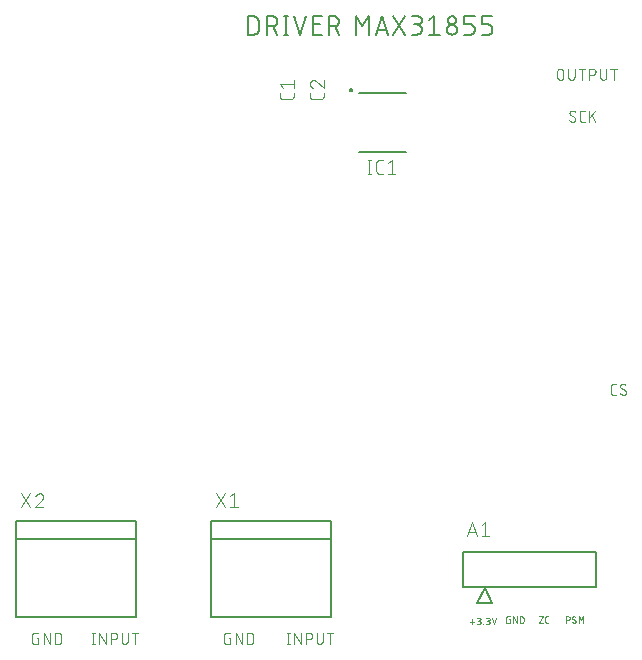
<source format=gto>
G04 EAGLE Gerber RS-274X export*
G75*
%MOMM*%
%FSLAX34Y34*%
%LPD*%
%INSilkscreen Top*%
%IPPOS*%
%AMOC8*
5,1,8,0,0,1.08239X$1,22.5*%
G01*
%ADD10C,0.076200*%
%ADD11C,0.050800*%
%ADD12C,0.127000*%
%ADD13C,0.101600*%
%ADD14C,0.200000*%
%ADD15C,0.152400*%
%ADD16C,0.203200*%


D10*
X232636Y56402D02*
X234202Y56402D01*
X234202Y51181D01*
X231069Y51181D01*
X230980Y51183D01*
X230892Y51189D01*
X230804Y51198D01*
X230716Y51211D01*
X230629Y51228D01*
X230543Y51248D01*
X230458Y51273D01*
X230373Y51300D01*
X230290Y51332D01*
X230209Y51366D01*
X230129Y51405D01*
X230051Y51446D01*
X229974Y51491D01*
X229900Y51539D01*
X229827Y51590D01*
X229757Y51644D01*
X229690Y51702D01*
X229624Y51762D01*
X229562Y51824D01*
X229502Y51890D01*
X229444Y51957D01*
X229390Y52027D01*
X229339Y52100D01*
X229291Y52174D01*
X229246Y52251D01*
X229205Y52329D01*
X229166Y52409D01*
X229132Y52490D01*
X229100Y52573D01*
X229073Y52658D01*
X229048Y52743D01*
X229028Y52829D01*
X229011Y52916D01*
X228998Y53004D01*
X228989Y53092D01*
X228983Y53180D01*
X228981Y53269D01*
X228981Y58491D01*
X228983Y58582D01*
X228989Y58673D01*
X228999Y58764D01*
X229013Y58854D01*
X229030Y58943D01*
X229052Y59031D01*
X229078Y59119D01*
X229107Y59205D01*
X229140Y59290D01*
X229177Y59373D01*
X229217Y59455D01*
X229261Y59535D01*
X229308Y59613D01*
X229359Y59689D01*
X229412Y59762D01*
X229469Y59833D01*
X229530Y59902D01*
X229593Y59967D01*
X229658Y60030D01*
X229727Y60090D01*
X229798Y60148D01*
X229871Y60201D01*
X229947Y60252D01*
X230025Y60299D01*
X230105Y60343D01*
X230187Y60383D01*
X230270Y60420D01*
X230355Y60453D01*
X230441Y60482D01*
X230529Y60508D01*
X230617Y60530D01*
X230706Y60547D01*
X230796Y60561D01*
X230887Y60571D01*
X230978Y60577D01*
X231069Y60579D01*
X234202Y60579D01*
X238735Y60579D02*
X238735Y51181D01*
X243956Y51181D02*
X238735Y60579D01*
X243956Y60579D02*
X243956Y51181D01*
X248488Y51181D02*
X248488Y60579D01*
X251099Y60579D01*
X251199Y60577D01*
X251299Y60571D01*
X251398Y60562D01*
X251498Y60548D01*
X251596Y60531D01*
X251694Y60510D01*
X251791Y60486D01*
X251887Y60457D01*
X251982Y60425D01*
X252075Y60390D01*
X252167Y60351D01*
X252258Y60308D01*
X252346Y60262D01*
X252433Y60212D01*
X252518Y60160D01*
X252601Y60104D01*
X252682Y60045D01*
X252760Y59982D01*
X252836Y59917D01*
X252910Y59849D01*
X252980Y59779D01*
X253048Y59705D01*
X253113Y59629D01*
X253176Y59551D01*
X253235Y59470D01*
X253291Y59387D01*
X253343Y59302D01*
X253393Y59215D01*
X253439Y59127D01*
X253482Y59036D01*
X253521Y58944D01*
X253556Y58851D01*
X253588Y58756D01*
X253617Y58660D01*
X253641Y58563D01*
X253662Y58465D01*
X253679Y58367D01*
X253693Y58267D01*
X253702Y58168D01*
X253708Y58068D01*
X253710Y57968D01*
X253709Y57968D02*
X253709Y53792D01*
X253710Y53792D02*
X253708Y53692D01*
X253702Y53592D01*
X253693Y53493D01*
X253679Y53393D01*
X253662Y53295D01*
X253641Y53197D01*
X253617Y53100D01*
X253588Y53004D01*
X253556Y52909D01*
X253521Y52816D01*
X253482Y52724D01*
X253439Y52633D01*
X253393Y52545D01*
X253343Y52458D01*
X253291Y52373D01*
X253235Y52290D01*
X253176Y52209D01*
X253113Y52131D01*
X253048Y52055D01*
X252980Y51981D01*
X252910Y51911D01*
X252836Y51843D01*
X252760Y51778D01*
X252682Y51715D01*
X252601Y51656D01*
X252518Y51600D01*
X252433Y51548D01*
X252346Y51498D01*
X252258Y51452D01*
X252167Y51409D01*
X252075Y51370D01*
X251982Y51335D01*
X251887Y51303D01*
X251791Y51274D01*
X251694Y51250D01*
X251596Y51229D01*
X251498Y51212D01*
X251398Y51198D01*
X251299Y51189D01*
X251199Y51183D01*
X251099Y51181D01*
X248488Y51181D01*
X71642Y56402D02*
X70076Y56402D01*
X71642Y56402D02*
X71642Y51181D01*
X68509Y51181D01*
X68420Y51183D01*
X68332Y51189D01*
X68244Y51198D01*
X68156Y51211D01*
X68069Y51228D01*
X67983Y51248D01*
X67898Y51273D01*
X67813Y51300D01*
X67730Y51332D01*
X67649Y51366D01*
X67569Y51405D01*
X67491Y51446D01*
X67414Y51491D01*
X67340Y51539D01*
X67267Y51590D01*
X67197Y51644D01*
X67130Y51702D01*
X67064Y51762D01*
X67002Y51824D01*
X66942Y51890D01*
X66884Y51957D01*
X66830Y52027D01*
X66779Y52100D01*
X66731Y52174D01*
X66686Y52251D01*
X66645Y52329D01*
X66606Y52409D01*
X66572Y52490D01*
X66540Y52573D01*
X66513Y52658D01*
X66488Y52743D01*
X66468Y52829D01*
X66451Y52916D01*
X66438Y53004D01*
X66429Y53092D01*
X66423Y53180D01*
X66421Y53269D01*
X66421Y58491D01*
X66423Y58582D01*
X66429Y58673D01*
X66439Y58764D01*
X66453Y58854D01*
X66470Y58943D01*
X66492Y59031D01*
X66518Y59119D01*
X66547Y59205D01*
X66580Y59290D01*
X66617Y59373D01*
X66657Y59455D01*
X66701Y59535D01*
X66748Y59613D01*
X66799Y59689D01*
X66852Y59762D01*
X66909Y59833D01*
X66970Y59902D01*
X67033Y59967D01*
X67098Y60030D01*
X67167Y60090D01*
X67238Y60148D01*
X67311Y60201D01*
X67387Y60252D01*
X67465Y60299D01*
X67545Y60343D01*
X67627Y60383D01*
X67710Y60420D01*
X67795Y60453D01*
X67881Y60482D01*
X67969Y60508D01*
X68057Y60530D01*
X68146Y60547D01*
X68236Y60561D01*
X68327Y60571D01*
X68418Y60577D01*
X68509Y60579D01*
X71642Y60579D01*
X76175Y60579D02*
X76175Y51181D01*
X81396Y51181D02*
X76175Y60579D01*
X81396Y60579D02*
X81396Y51181D01*
X85928Y51181D02*
X85928Y60579D01*
X88539Y60579D01*
X88639Y60577D01*
X88739Y60571D01*
X88838Y60562D01*
X88938Y60548D01*
X89036Y60531D01*
X89134Y60510D01*
X89231Y60486D01*
X89327Y60457D01*
X89422Y60425D01*
X89515Y60390D01*
X89607Y60351D01*
X89698Y60308D01*
X89786Y60262D01*
X89873Y60212D01*
X89958Y60160D01*
X90041Y60104D01*
X90122Y60045D01*
X90200Y59982D01*
X90276Y59917D01*
X90350Y59849D01*
X90420Y59779D01*
X90488Y59705D01*
X90553Y59629D01*
X90616Y59551D01*
X90675Y59470D01*
X90731Y59387D01*
X90783Y59302D01*
X90833Y59215D01*
X90879Y59127D01*
X90922Y59036D01*
X90961Y58944D01*
X90996Y58851D01*
X91028Y58756D01*
X91057Y58660D01*
X91081Y58563D01*
X91102Y58465D01*
X91119Y58367D01*
X91133Y58267D01*
X91142Y58168D01*
X91148Y58068D01*
X91150Y57968D01*
X91149Y57968D02*
X91149Y53792D01*
X91150Y53792D02*
X91148Y53692D01*
X91142Y53592D01*
X91133Y53493D01*
X91119Y53393D01*
X91102Y53295D01*
X91081Y53197D01*
X91057Y53100D01*
X91028Y53004D01*
X90996Y52909D01*
X90961Y52816D01*
X90922Y52724D01*
X90879Y52633D01*
X90833Y52545D01*
X90783Y52458D01*
X90731Y52373D01*
X90675Y52290D01*
X90616Y52209D01*
X90553Y52131D01*
X90488Y52055D01*
X90420Y51981D01*
X90350Y51911D01*
X90276Y51843D01*
X90200Y51778D01*
X90122Y51715D01*
X90041Y51656D01*
X89958Y51600D01*
X89873Y51548D01*
X89786Y51498D01*
X89698Y51452D01*
X89607Y51409D01*
X89515Y51370D01*
X89422Y51335D01*
X89327Y51303D01*
X89231Y51274D01*
X89134Y51250D01*
X89036Y51229D01*
X88938Y51212D01*
X88838Y51198D01*
X88739Y51189D01*
X88639Y51183D01*
X88539Y51181D01*
X85928Y51181D01*
D11*
X469787Y71938D02*
X470718Y71938D01*
X470718Y68834D01*
X468856Y68834D01*
X468786Y68836D01*
X468717Y68842D01*
X468648Y68852D01*
X468580Y68865D01*
X468512Y68883D01*
X468446Y68904D01*
X468381Y68929D01*
X468317Y68957D01*
X468255Y68989D01*
X468195Y69024D01*
X468137Y69063D01*
X468082Y69105D01*
X468028Y69150D01*
X467978Y69198D01*
X467930Y69248D01*
X467885Y69302D01*
X467843Y69357D01*
X467804Y69415D01*
X467769Y69475D01*
X467737Y69537D01*
X467709Y69601D01*
X467684Y69666D01*
X467663Y69732D01*
X467645Y69800D01*
X467632Y69868D01*
X467622Y69937D01*
X467616Y70006D01*
X467614Y70076D01*
X467614Y73180D01*
X467616Y73250D01*
X467622Y73319D01*
X467632Y73388D01*
X467645Y73456D01*
X467663Y73524D01*
X467684Y73590D01*
X467709Y73655D01*
X467737Y73719D01*
X467769Y73781D01*
X467804Y73841D01*
X467843Y73899D01*
X467885Y73954D01*
X467930Y74008D01*
X467978Y74058D01*
X468028Y74106D01*
X468082Y74151D01*
X468137Y74193D01*
X468195Y74232D01*
X468255Y74267D01*
X468317Y74299D01*
X468381Y74327D01*
X468446Y74352D01*
X468512Y74373D01*
X468580Y74391D01*
X468648Y74404D01*
X468717Y74414D01*
X468786Y74420D01*
X468856Y74422D01*
X470718Y74422D01*
X473466Y74422D02*
X473466Y68834D01*
X476571Y68834D02*
X473466Y74422D01*
X476571Y74422D02*
X476571Y68834D01*
X479318Y68834D02*
X479318Y74422D01*
X480870Y74422D01*
X480946Y74420D01*
X481022Y74415D01*
X481098Y74405D01*
X481173Y74392D01*
X481247Y74375D01*
X481321Y74355D01*
X481393Y74331D01*
X481464Y74304D01*
X481534Y74273D01*
X481602Y74239D01*
X481668Y74201D01*
X481732Y74160D01*
X481795Y74117D01*
X481855Y74070D01*
X481912Y74020D01*
X481967Y73967D01*
X482020Y73912D01*
X482070Y73855D01*
X482117Y73795D01*
X482160Y73732D01*
X482201Y73668D01*
X482239Y73602D01*
X482273Y73534D01*
X482304Y73464D01*
X482331Y73393D01*
X482355Y73320D01*
X482375Y73247D01*
X482392Y73173D01*
X482405Y73098D01*
X482415Y73022D01*
X482420Y72946D01*
X482422Y72870D01*
X482423Y72870D02*
X482423Y70386D01*
X482422Y70386D02*
X482420Y70307D01*
X482414Y70229D01*
X482404Y70151D01*
X482390Y70074D01*
X482372Y69997D01*
X482351Y69921D01*
X482325Y69847D01*
X482296Y69774D01*
X482263Y69703D01*
X482227Y69633D01*
X482187Y69565D01*
X482144Y69499D01*
X482097Y69436D01*
X482048Y69375D01*
X481995Y69317D01*
X481939Y69261D01*
X481881Y69208D01*
X481820Y69159D01*
X481757Y69112D01*
X481691Y69069D01*
X481623Y69029D01*
X481554Y68993D01*
X481482Y68960D01*
X481409Y68931D01*
X481335Y68905D01*
X481259Y68884D01*
X481182Y68866D01*
X481105Y68852D01*
X481027Y68842D01*
X480949Y68836D01*
X480870Y68834D01*
X479318Y68834D01*
D10*
X283365Y60579D02*
X283365Y51181D01*
X282321Y51181D02*
X284409Y51181D01*
X284409Y60579D02*
X282321Y60579D01*
X288375Y60579D02*
X288375Y51181D01*
X293596Y51181D02*
X288375Y60579D01*
X293596Y60579D02*
X293596Y51181D01*
X298259Y51181D02*
X298259Y60579D01*
X300870Y60579D01*
X300971Y60577D01*
X301072Y60571D01*
X301173Y60561D01*
X301273Y60548D01*
X301373Y60530D01*
X301472Y60509D01*
X301570Y60483D01*
X301667Y60454D01*
X301763Y60422D01*
X301857Y60385D01*
X301950Y60345D01*
X302042Y60301D01*
X302131Y60254D01*
X302219Y60203D01*
X302305Y60149D01*
X302388Y60092D01*
X302470Y60032D01*
X302548Y59968D01*
X302625Y59902D01*
X302698Y59832D01*
X302769Y59760D01*
X302837Y59685D01*
X302902Y59607D01*
X302964Y59527D01*
X303023Y59445D01*
X303079Y59360D01*
X303131Y59273D01*
X303180Y59185D01*
X303226Y59094D01*
X303267Y59002D01*
X303306Y58908D01*
X303340Y58813D01*
X303371Y58717D01*
X303398Y58619D01*
X303422Y58521D01*
X303441Y58421D01*
X303457Y58321D01*
X303469Y58221D01*
X303477Y58120D01*
X303481Y58019D01*
X303481Y57917D01*
X303477Y57816D01*
X303469Y57715D01*
X303457Y57615D01*
X303441Y57515D01*
X303422Y57415D01*
X303398Y57317D01*
X303371Y57219D01*
X303340Y57123D01*
X303306Y57028D01*
X303267Y56934D01*
X303226Y56842D01*
X303180Y56751D01*
X303131Y56662D01*
X303079Y56576D01*
X303023Y56491D01*
X302964Y56409D01*
X302902Y56329D01*
X302837Y56251D01*
X302769Y56176D01*
X302698Y56104D01*
X302625Y56034D01*
X302548Y55968D01*
X302470Y55904D01*
X302388Y55844D01*
X302305Y55787D01*
X302219Y55733D01*
X302131Y55682D01*
X302042Y55635D01*
X301950Y55591D01*
X301857Y55551D01*
X301763Y55514D01*
X301667Y55482D01*
X301570Y55453D01*
X301472Y55427D01*
X301373Y55406D01*
X301273Y55388D01*
X301173Y55375D01*
X301072Y55365D01*
X300971Y55359D01*
X300870Y55357D01*
X300870Y55358D02*
X298259Y55358D01*
X307272Y53792D02*
X307272Y60579D01*
X307272Y53792D02*
X307274Y53691D01*
X307280Y53590D01*
X307290Y53489D01*
X307303Y53389D01*
X307321Y53289D01*
X307342Y53190D01*
X307368Y53092D01*
X307397Y52995D01*
X307429Y52899D01*
X307466Y52805D01*
X307506Y52712D01*
X307550Y52620D01*
X307597Y52531D01*
X307648Y52443D01*
X307702Y52357D01*
X307759Y52274D01*
X307819Y52192D01*
X307883Y52114D01*
X307949Y52037D01*
X308019Y51964D01*
X308091Y51893D01*
X308166Y51825D01*
X308244Y51760D01*
X308324Y51698D01*
X308406Y51639D01*
X308491Y51583D01*
X308578Y51531D01*
X308666Y51482D01*
X308757Y51436D01*
X308849Y51395D01*
X308943Y51356D01*
X309038Y51322D01*
X309134Y51291D01*
X309232Y51264D01*
X309330Y51240D01*
X309430Y51221D01*
X309530Y51205D01*
X309630Y51193D01*
X309731Y51185D01*
X309832Y51181D01*
X309934Y51181D01*
X310035Y51185D01*
X310136Y51193D01*
X310236Y51205D01*
X310336Y51221D01*
X310436Y51240D01*
X310534Y51264D01*
X310632Y51291D01*
X310728Y51322D01*
X310823Y51356D01*
X310917Y51395D01*
X311009Y51436D01*
X311100Y51482D01*
X311188Y51531D01*
X311275Y51583D01*
X311360Y51639D01*
X311442Y51698D01*
X311522Y51760D01*
X311600Y51825D01*
X311675Y51893D01*
X311747Y51964D01*
X311817Y52037D01*
X311883Y52114D01*
X311947Y52192D01*
X312007Y52274D01*
X312064Y52357D01*
X312118Y52443D01*
X312169Y52531D01*
X312216Y52620D01*
X312260Y52712D01*
X312300Y52805D01*
X312337Y52899D01*
X312369Y52995D01*
X312398Y53092D01*
X312424Y53190D01*
X312445Y53289D01*
X312463Y53389D01*
X312476Y53489D01*
X312486Y53590D01*
X312492Y53691D01*
X312494Y53792D01*
X312493Y53792D02*
X312493Y60579D01*
X318722Y60579D02*
X318722Y51181D01*
X316111Y60579D02*
X321333Y60579D01*
X118265Y60579D02*
X118265Y51181D01*
X117221Y51181D02*
X119309Y51181D01*
X119309Y60579D02*
X117221Y60579D01*
X123275Y60579D02*
X123275Y51181D01*
X128496Y51181D02*
X123275Y60579D01*
X128496Y60579D02*
X128496Y51181D01*
X133159Y51181D02*
X133159Y60579D01*
X135770Y60579D01*
X135871Y60577D01*
X135972Y60571D01*
X136073Y60561D01*
X136173Y60548D01*
X136273Y60530D01*
X136372Y60509D01*
X136470Y60483D01*
X136567Y60454D01*
X136663Y60422D01*
X136757Y60385D01*
X136850Y60345D01*
X136942Y60301D01*
X137031Y60254D01*
X137119Y60203D01*
X137205Y60149D01*
X137288Y60092D01*
X137370Y60032D01*
X137448Y59968D01*
X137525Y59902D01*
X137598Y59832D01*
X137669Y59760D01*
X137737Y59685D01*
X137802Y59607D01*
X137864Y59527D01*
X137923Y59445D01*
X137979Y59360D01*
X138031Y59273D01*
X138080Y59185D01*
X138126Y59094D01*
X138167Y59002D01*
X138206Y58908D01*
X138240Y58813D01*
X138271Y58717D01*
X138298Y58619D01*
X138322Y58521D01*
X138341Y58421D01*
X138357Y58321D01*
X138369Y58221D01*
X138377Y58120D01*
X138381Y58019D01*
X138381Y57917D01*
X138377Y57816D01*
X138369Y57715D01*
X138357Y57615D01*
X138341Y57515D01*
X138322Y57415D01*
X138298Y57317D01*
X138271Y57219D01*
X138240Y57123D01*
X138206Y57028D01*
X138167Y56934D01*
X138126Y56842D01*
X138080Y56751D01*
X138031Y56662D01*
X137979Y56576D01*
X137923Y56491D01*
X137864Y56409D01*
X137802Y56329D01*
X137737Y56251D01*
X137669Y56176D01*
X137598Y56104D01*
X137525Y56034D01*
X137448Y55968D01*
X137370Y55904D01*
X137288Y55844D01*
X137205Y55787D01*
X137119Y55733D01*
X137031Y55682D01*
X136942Y55635D01*
X136850Y55591D01*
X136757Y55551D01*
X136663Y55514D01*
X136567Y55482D01*
X136470Y55453D01*
X136372Y55427D01*
X136273Y55406D01*
X136173Y55388D01*
X136073Y55375D01*
X135972Y55365D01*
X135871Y55359D01*
X135770Y55357D01*
X135770Y55358D02*
X133159Y55358D01*
X142172Y53792D02*
X142172Y60579D01*
X142172Y53792D02*
X142174Y53691D01*
X142180Y53590D01*
X142190Y53489D01*
X142203Y53389D01*
X142221Y53289D01*
X142242Y53190D01*
X142268Y53092D01*
X142297Y52995D01*
X142329Y52899D01*
X142366Y52805D01*
X142406Y52712D01*
X142450Y52620D01*
X142497Y52531D01*
X142548Y52443D01*
X142602Y52357D01*
X142659Y52274D01*
X142719Y52192D01*
X142783Y52114D01*
X142849Y52037D01*
X142919Y51964D01*
X142991Y51893D01*
X143066Y51825D01*
X143144Y51760D01*
X143224Y51698D01*
X143306Y51639D01*
X143391Y51583D01*
X143478Y51531D01*
X143566Y51482D01*
X143657Y51436D01*
X143749Y51395D01*
X143843Y51356D01*
X143938Y51322D01*
X144034Y51291D01*
X144132Y51264D01*
X144230Y51240D01*
X144330Y51221D01*
X144430Y51205D01*
X144530Y51193D01*
X144631Y51185D01*
X144732Y51181D01*
X144834Y51181D01*
X144935Y51185D01*
X145036Y51193D01*
X145136Y51205D01*
X145236Y51221D01*
X145336Y51240D01*
X145434Y51264D01*
X145532Y51291D01*
X145628Y51322D01*
X145723Y51356D01*
X145817Y51395D01*
X145909Y51436D01*
X146000Y51482D01*
X146088Y51531D01*
X146175Y51583D01*
X146260Y51639D01*
X146342Y51698D01*
X146422Y51760D01*
X146500Y51825D01*
X146575Y51893D01*
X146647Y51964D01*
X146717Y52037D01*
X146783Y52114D01*
X146847Y52192D01*
X146907Y52274D01*
X146964Y52357D01*
X147018Y52443D01*
X147069Y52531D01*
X147116Y52620D01*
X147160Y52712D01*
X147200Y52805D01*
X147237Y52899D01*
X147269Y52995D01*
X147298Y53092D01*
X147324Y53190D01*
X147345Y53289D01*
X147363Y53389D01*
X147376Y53489D01*
X147386Y53590D01*
X147392Y53691D01*
X147394Y53792D01*
X147393Y53792D02*
X147393Y60579D01*
X153622Y60579D02*
X153622Y51181D01*
X151011Y60579D02*
X156233Y60579D01*
D11*
X436741Y69991D02*
X440467Y69991D01*
X438604Y68128D02*
X438604Y71854D01*
X442904Y67818D02*
X444456Y67818D01*
X444533Y67820D01*
X444611Y67826D01*
X444687Y67835D01*
X444764Y67849D01*
X444839Y67866D01*
X444913Y67887D01*
X444987Y67912D01*
X445059Y67940D01*
X445129Y67972D01*
X445198Y68007D01*
X445265Y68046D01*
X445330Y68088D01*
X445393Y68133D01*
X445454Y68181D01*
X445512Y68232D01*
X445567Y68286D01*
X445620Y68343D01*
X445669Y68402D01*
X445716Y68464D01*
X445760Y68528D01*
X445800Y68594D01*
X445837Y68662D01*
X445871Y68732D01*
X445901Y68803D01*
X445927Y68876D01*
X445950Y68950D01*
X445969Y69025D01*
X445984Y69100D01*
X445996Y69177D01*
X446004Y69254D01*
X446008Y69331D01*
X446008Y69409D01*
X446004Y69486D01*
X445996Y69563D01*
X445984Y69640D01*
X445969Y69715D01*
X445950Y69790D01*
X445927Y69864D01*
X445901Y69937D01*
X445871Y70008D01*
X445837Y70078D01*
X445800Y70146D01*
X445760Y70212D01*
X445716Y70276D01*
X445669Y70338D01*
X445620Y70397D01*
X445567Y70454D01*
X445512Y70508D01*
X445454Y70559D01*
X445393Y70607D01*
X445330Y70652D01*
X445265Y70694D01*
X445198Y70733D01*
X445129Y70768D01*
X445059Y70800D01*
X444987Y70828D01*
X444913Y70853D01*
X444839Y70874D01*
X444764Y70891D01*
X444687Y70905D01*
X444611Y70914D01*
X444533Y70920D01*
X444456Y70922D01*
X444767Y73406D02*
X442904Y73406D01*
X444767Y73406D02*
X444837Y73404D01*
X444906Y73398D01*
X444975Y73388D01*
X445043Y73375D01*
X445111Y73357D01*
X445177Y73336D01*
X445242Y73311D01*
X445306Y73283D01*
X445368Y73251D01*
X445428Y73216D01*
X445486Y73177D01*
X445541Y73135D01*
X445595Y73090D01*
X445645Y73042D01*
X445693Y72992D01*
X445738Y72938D01*
X445780Y72883D01*
X445819Y72825D01*
X445854Y72765D01*
X445886Y72703D01*
X445914Y72639D01*
X445939Y72574D01*
X445960Y72508D01*
X445978Y72440D01*
X445991Y72372D01*
X446001Y72303D01*
X446007Y72234D01*
X446009Y72164D01*
X446007Y72094D01*
X446001Y72025D01*
X445991Y71956D01*
X445978Y71888D01*
X445960Y71820D01*
X445939Y71754D01*
X445914Y71689D01*
X445886Y71625D01*
X445854Y71563D01*
X445819Y71503D01*
X445780Y71445D01*
X445738Y71390D01*
X445693Y71336D01*
X445645Y71286D01*
X445595Y71238D01*
X445541Y71193D01*
X445486Y71151D01*
X445428Y71112D01*
X445368Y71077D01*
X445306Y71045D01*
X445242Y71017D01*
X445177Y70992D01*
X445111Y70971D01*
X445043Y70953D01*
X444975Y70940D01*
X444906Y70930D01*
X444837Y70924D01*
X444767Y70922D01*
X443525Y70922D01*
X448141Y68128D02*
X448141Y67818D01*
X448141Y68128D02*
X448452Y68128D01*
X448452Y67818D01*
X448141Y67818D01*
X450585Y67818D02*
X452137Y67818D01*
X452214Y67820D01*
X452292Y67826D01*
X452368Y67835D01*
X452445Y67849D01*
X452520Y67866D01*
X452594Y67887D01*
X452668Y67912D01*
X452740Y67940D01*
X452810Y67972D01*
X452879Y68007D01*
X452946Y68046D01*
X453011Y68088D01*
X453074Y68133D01*
X453135Y68181D01*
X453193Y68232D01*
X453248Y68286D01*
X453301Y68343D01*
X453350Y68402D01*
X453397Y68464D01*
X453441Y68528D01*
X453481Y68594D01*
X453518Y68662D01*
X453552Y68732D01*
X453582Y68803D01*
X453608Y68876D01*
X453631Y68950D01*
X453650Y69025D01*
X453665Y69100D01*
X453677Y69177D01*
X453685Y69254D01*
X453689Y69331D01*
X453689Y69409D01*
X453685Y69486D01*
X453677Y69563D01*
X453665Y69640D01*
X453650Y69715D01*
X453631Y69790D01*
X453608Y69864D01*
X453582Y69937D01*
X453552Y70008D01*
X453518Y70078D01*
X453481Y70146D01*
X453441Y70212D01*
X453397Y70276D01*
X453350Y70338D01*
X453301Y70397D01*
X453248Y70454D01*
X453193Y70508D01*
X453135Y70559D01*
X453074Y70607D01*
X453011Y70652D01*
X452946Y70694D01*
X452879Y70733D01*
X452810Y70768D01*
X452740Y70800D01*
X452668Y70828D01*
X452594Y70853D01*
X452520Y70874D01*
X452445Y70891D01*
X452368Y70905D01*
X452292Y70914D01*
X452214Y70920D01*
X452137Y70922D01*
X452447Y73406D02*
X450585Y73406D01*
X452447Y73406D02*
X452517Y73404D01*
X452586Y73398D01*
X452655Y73388D01*
X452723Y73375D01*
X452791Y73357D01*
X452857Y73336D01*
X452922Y73311D01*
X452986Y73283D01*
X453048Y73251D01*
X453108Y73216D01*
X453166Y73177D01*
X453221Y73135D01*
X453275Y73090D01*
X453325Y73042D01*
X453373Y72992D01*
X453418Y72938D01*
X453460Y72883D01*
X453499Y72825D01*
X453534Y72765D01*
X453566Y72703D01*
X453594Y72639D01*
X453619Y72574D01*
X453640Y72508D01*
X453658Y72440D01*
X453671Y72372D01*
X453681Y72303D01*
X453687Y72234D01*
X453689Y72164D01*
X453687Y72094D01*
X453681Y72025D01*
X453671Y71956D01*
X453658Y71888D01*
X453640Y71820D01*
X453619Y71754D01*
X453594Y71689D01*
X453566Y71625D01*
X453534Y71563D01*
X453499Y71503D01*
X453460Y71445D01*
X453418Y71390D01*
X453373Y71336D01*
X453325Y71286D01*
X453275Y71238D01*
X453221Y71193D01*
X453166Y71151D01*
X453108Y71112D01*
X453048Y71077D01*
X452986Y71045D01*
X452922Y71017D01*
X452857Y70992D01*
X452791Y70971D01*
X452723Y70953D01*
X452655Y70940D01*
X452586Y70930D01*
X452517Y70924D01*
X452447Y70922D01*
X451206Y70922D01*
X455761Y73406D02*
X457623Y67818D01*
X459486Y73406D01*
D12*
X249555Y567055D02*
X249555Y582549D01*
X253859Y582549D01*
X253989Y582547D01*
X254119Y582541D01*
X254249Y582531D01*
X254378Y582518D01*
X254507Y582500D01*
X254635Y582479D01*
X254762Y582453D01*
X254889Y582424D01*
X255015Y582391D01*
X255139Y582354D01*
X255263Y582314D01*
X255385Y582269D01*
X255506Y582221D01*
X255625Y582170D01*
X255743Y582115D01*
X255859Y582056D01*
X255973Y581994D01*
X256086Y581928D01*
X256196Y581859D01*
X256304Y581787D01*
X256410Y581712D01*
X256513Y581633D01*
X256614Y581551D01*
X256713Y581467D01*
X256809Y581379D01*
X256902Y581288D01*
X256993Y581195D01*
X257081Y581099D01*
X257165Y581000D01*
X257247Y580899D01*
X257326Y580796D01*
X257401Y580690D01*
X257473Y580582D01*
X257542Y580472D01*
X257608Y580359D01*
X257670Y580245D01*
X257729Y580129D01*
X257784Y580011D01*
X257835Y579892D01*
X257883Y579771D01*
X257928Y579649D01*
X257968Y579525D01*
X258005Y579401D01*
X258038Y579275D01*
X258067Y579148D01*
X258093Y579021D01*
X258114Y578893D01*
X258132Y578764D01*
X258145Y578635D01*
X258155Y578505D01*
X258161Y578375D01*
X258163Y578245D01*
X258163Y571359D01*
X258161Y571229D01*
X258155Y571099D01*
X258145Y570969D01*
X258132Y570840D01*
X258114Y570711D01*
X258093Y570583D01*
X258067Y570456D01*
X258038Y570329D01*
X258005Y570203D01*
X257968Y570079D01*
X257928Y569955D01*
X257883Y569833D01*
X257835Y569712D01*
X257784Y569593D01*
X257729Y569475D01*
X257670Y569359D01*
X257608Y569245D01*
X257542Y569132D01*
X257473Y569022D01*
X257401Y568914D01*
X257326Y568808D01*
X257247Y568705D01*
X257165Y568604D01*
X257081Y568505D01*
X256993Y568409D01*
X256902Y568316D01*
X256809Y568225D01*
X256713Y568137D01*
X256614Y568053D01*
X256513Y567971D01*
X256410Y567892D01*
X256304Y567817D01*
X256196Y567745D01*
X256086Y567676D01*
X255973Y567610D01*
X255859Y567548D01*
X255743Y567489D01*
X255625Y567434D01*
X255506Y567383D01*
X255385Y567335D01*
X255263Y567290D01*
X255139Y567250D01*
X255015Y567213D01*
X254889Y567180D01*
X254762Y567151D01*
X254635Y567125D01*
X254507Y567104D01*
X254378Y567086D01*
X254249Y567073D01*
X254119Y567063D01*
X253989Y567057D01*
X253859Y567055D01*
X249555Y567055D01*
X265497Y567055D02*
X265497Y582549D01*
X269801Y582549D01*
X269931Y582547D01*
X270061Y582541D01*
X270191Y582531D01*
X270320Y582518D01*
X270449Y582500D01*
X270577Y582479D01*
X270704Y582453D01*
X270831Y582424D01*
X270957Y582391D01*
X271081Y582354D01*
X271205Y582314D01*
X271327Y582269D01*
X271448Y582221D01*
X271567Y582170D01*
X271685Y582115D01*
X271801Y582056D01*
X271915Y581994D01*
X272028Y581928D01*
X272138Y581859D01*
X272246Y581787D01*
X272352Y581712D01*
X272455Y581633D01*
X272556Y581551D01*
X272655Y581467D01*
X272751Y581379D01*
X272844Y581288D01*
X272935Y581195D01*
X273023Y581099D01*
X273107Y581000D01*
X273189Y580899D01*
X273268Y580796D01*
X273343Y580690D01*
X273415Y580582D01*
X273484Y580472D01*
X273550Y580359D01*
X273612Y580245D01*
X273671Y580129D01*
X273726Y580011D01*
X273777Y579892D01*
X273825Y579771D01*
X273870Y579649D01*
X273910Y579525D01*
X273947Y579401D01*
X273980Y579275D01*
X274009Y579148D01*
X274035Y579021D01*
X274056Y578893D01*
X274074Y578764D01*
X274087Y578635D01*
X274097Y578505D01*
X274103Y578375D01*
X274105Y578245D01*
X274103Y578115D01*
X274097Y577985D01*
X274087Y577855D01*
X274074Y577726D01*
X274056Y577597D01*
X274035Y577469D01*
X274009Y577342D01*
X273980Y577215D01*
X273947Y577089D01*
X273910Y576965D01*
X273870Y576841D01*
X273825Y576719D01*
X273777Y576598D01*
X273726Y576479D01*
X273671Y576361D01*
X273612Y576245D01*
X273550Y576131D01*
X273484Y576018D01*
X273415Y575908D01*
X273343Y575800D01*
X273268Y575694D01*
X273189Y575591D01*
X273107Y575490D01*
X273023Y575391D01*
X272935Y575295D01*
X272844Y575202D01*
X272751Y575111D01*
X272655Y575023D01*
X272556Y574939D01*
X272455Y574857D01*
X272352Y574778D01*
X272246Y574703D01*
X272138Y574631D01*
X272028Y574562D01*
X271915Y574496D01*
X271801Y574434D01*
X271685Y574375D01*
X271567Y574320D01*
X271448Y574269D01*
X271327Y574221D01*
X271205Y574176D01*
X271081Y574136D01*
X270957Y574099D01*
X270831Y574066D01*
X270704Y574037D01*
X270577Y574011D01*
X270449Y573990D01*
X270320Y573972D01*
X270191Y573959D01*
X270061Y573949D01*
X269931Y573943D01*
X269801Y573941D01*
X265497Y573941D01*
X270662Y573941D02*
X274105Y567055D01*
X281608Y567055D02*
X281608Y582549D01*
X279887Y567055D02*
X283330Y567055D01*
X283330Y582549D02*
X279887Y582549D01*
X288336Y582549D02*
X293501Y567055D01*
X298666Y582549D01*
X304586Y567055D02*
X311472Y567055D01*
X304586Y567055D02*
X304586Y582549D01*
X311472Y582549D01*
X309750Y575663D02*
X304586Y575663D01*
X317528Y582549D02*
X317528Y567055D01*
X317528Y582549D02*
X321832Y582549D01*
X321962Y582547D01*
X322092Y582541D01*
X322222Y582531D01*
X322351Y582518D01*
X322480Y582500D01*
X322608Y582479D01*
X322735Y582453D01*
X322862Y582424D01*
X322988Y582391D01*
X323112Y582354D01*
X323236Y582314D01*
X323358Y582269D01*
X323479Y582221D01*
X323598Y582170D01*
X323716Y582115D01*
X323832Y582056D01*
X323946Y581994D01*
X324059Y581928D01*
X324169Y581859D01*
X324277Y581787D01*
X324383Y581712D01*
X324486Y581633D01*
X324587Y581551D01*
X324686Y581467D01*
X324782Y581379D01*
X324875Y581288D01*
X324966Y581195D01*
X325054Y581099D01*
X325138Y581000D01*
X325220Y580899D01*
X325299Y580796D01*
X325374Y580690D01*
X325446Y580582D01*
X325515Y580472D01*
X325581Y580359D01*
X325643Y580245D01*
X325702Y580129D01*
X325757Y580011D01*
X325808Y579892D01*
X325856Y579771D01*
X325901Y579649D01*
X325941Y579525D01*
X325978Y579401D01*
X326011Y579275D01*
X326040Y579148D01*
X326066Y579021D01*
X326087Y578893D01*
X326105Y578764D01*
X326118Y578635D01*
X326128Y578505D01*
X326134Y578375D01*
X326136Y578245D01*
X326134Y578115D01*
X326128Y577985D01*
X326118Y577855D01*
X326105Y577726D01*
X326087Y577597D01*
X326066Y577469D01*
X326040Y577342D01*
X326011Y577215D01*
X325978Y577089D01*
X325941Y576965D01*
X325901Y576841D01*
X325856Y576719D01*
X325808Y576598D01*
X325757Y576479D01*
X325702Y576361D01*
X325643Y576245D01*
X325581Y576131D01*
X325515Y576018D01*
X325446Y575908D01*
X325374Y575800D01*
X325299Y575694D01*
X325220Y575591D01*
X325138Y575490D01*
X325054Y575391D01*
X324966Y575295D01*
X324875Y575202D01*
X324782Y575111D01*
X324686Y575023D01*
X324587Y574939D01*
X324486Y574857D01*
X324383Y574778D01*
X324277Y574703D01*
X324169Y574631D01*
X324059Y574562D01*
X323946Y574496D01*
X323832Y574434D01*
X323716Y574375D01*
X323598Y574320D01*
X323479Y574269D01*
X323358Y574221D01*
X323236Y574176D01*
X323112Y574136D01*
X322988Y574099D01*
X322862Y574066D01*
X322735Y574037D01*
X322608Y574011D01*
X322480Y573990D01*
X322351Y573972D01*
X322222Y573959D01*
X322092Y573949D01*
X321962Y573943D01*
X321832Y573941D01*
X317528Y573941D01*
X322692Y573941D02*
X326135Y567055D01*
X340862Y567055D02*
X340862Y582549D01*
X346027Y573941D01*
X351191Y582549D01*
X351191Y567055D01*
X357214Y567055D02*
X362379Y582549D01*
X367544Y567055D01*
X366253Y570929D02*
X358506Y570929D01*
X372080Y567055D02*
X382410Y582549D01*
X372080Y582549D02*
X382410Y567055D01*
X387807Y567055D02*
X392111Y567055D01*
X392241Y567057D01*
X392371Y567063D01*
X392501Y567073D01*
X392630Y567086D01*
X392759Y567104D01*
X392887Y567125D01*
X393014Y567151D01*
X393141Y567180D01*
X393267Y567213D01*
X393391Y567250D01*
X393515Y567290D01*
X393637Y567335D01*
X393758Y567383D01*
X393877Y567434D01*
X393995Y567489D01*
X394111Y567548D01*
X394225Y567610D01*
X394338Y567676D01*
X394448Y567745D01*
X394556Y567817D01*
X394662Y567892D01*
X394765Y567971D01*
X394866Y568053D01*
X394965Y568137D01*
X395061Y568225D01*
X395154Y568316D01*
X395245Y568409D01*
X395333Y568505D01*
X395417Y568604D01*
X395499Y568705D01*
X395578Y568808D01*
X395653Y568914D01*
X395725Y569022D01*
X395794Y569132D01*
X395860Y569245D01*
X395922Y569359D01*
X395981Y569475D01*
X396036Y569593D01*
X396087Y569712D01*
X396135Y569833D01*
X396180Y569955D01*
X396220Y570079D01*
X396257Y570203D01*
X396290Y570329D01*
X396319Y570456D01*
X396345Y570583D01*
X396366Y570711D01*
X396384Y570840D01*
X396397Y570969D01*
X396407Y571099D01*
X396413Y571229D01*
X396415Y571359D01*
X396413Y571489D01*
X396407Y571619D01*
X396397Y571749D01*
X396384Y571878D01*
X396366Y572007D01*
X396345Y572135D01*
X396319Y572262D01*
X396290Y572389D01*
X396257Y572515D01*
X396220Y572639D01*
X396180Y572763D01*
X396135Y572885D01*
X396087Y573006D01*
X396036Y573125D01*
X395981Y573243D01*
X395922Y573359D01*
X395860Y573473D01*
X395794Y573586D01*
X395725Y573696D01*
X395653Y573804D01*
X395578Y573910D01*
X395499Y574013D01*
X395417Y574114D01*
X395333Y574213D01*
X395245Y574309D01*
X395154Y574402D01*
X395061Y574493D01*
X394965Y574581D01*
X394866Y574665D01*
X394765Y574747D01*
X394662Y574826D01*
X394556Y574901D01*
X394448Y574973D01*
X394338Y575042D01*
X394225Y575108D01*
X394111Y575170D01*
X393995Y575229D01*
X393877Y575284D01*
X393758Y575335D01*
X393637Y575383D01*
X393515Y575428D01*
X393391Y575468D01*
X393267Y575505D01*
X393141Y575538D01*
X393014Y575567D01*
X392887Y575593D01*
X392759Y575614D01*
X392630Y575632D01*
X392501Y575645D01*
X392371Y575655D01*
X392241Y575661D01*
X392111Y575663D01*
X392972Y582549D02*
X387807Y582549D01*
X392972Y582549D02*
X393088Y582547D01*
X393204Y582541D01*
X393320Y582531D01*
X393436Y582518D01*
X393551Y582500D01*
X393665Y582479D01*
X393779Y582453D01*
X393891Y582424D01*
X394003Y582391D01*
X394113Y582354D01*
X394222Y582314D01*
X394330Y582270D01*
X394436Y582222D01*
X394540Y582171D01*
X394643Y582116D01*
X394744Y582058D01*
X394842Y581997D01*
X394939Y581932D01*
X395033Y581864D01*
X395125Y581793D01*
X395215Y581718D01*
X395302Y581641D01*
X395386Y581561D01*
X395467Y581478D01*
X395546Y581392D01*
X395622Y581304D01*
X395695Y581213D01*
X395764Y581120D01*
X395831Y581025D01*
X395894Y580927D01*
X395954Y580828D01*
X396010Y580726D01*
X396063Y580622D01*
X396113Y580517D01*
X396158Y580410D01*
X396201Y580302D01*
X396239Y580192D01*
X396274Y580081D01*
X396305Y579969D01*
X396332Y579856D01*
X396356Y579742D01*
X396375Y579627D01*
X396391Y579512D01*
X396403Y579396D01*
X396411Y579280D01*
X396415Y579164D01*
X396415Y579048D01*
X396411Y578932D01*
X396403Y578816D01*
X396391Y578700D01*
X396375Y578585D01*
X396356Y578470D01*
X396332Y578356D01*
X396305Y578243D01*
X396274Y578131D01*
X396239Y578020D01*
X396201Y577910D01*
X396158Y577802D01*
X396113Y577695D01*
X396063Y577590D01*
X396010Y577486D01*
X395954Y577385D01*
X395894Y577285D01*
X395831Y577187D01*
X395764Y577092D01*
X395695Y576999D01*
X395622Y576908D01*
X395546Y576820D01*
X395467Y576734D01*
X395386Y576651D01*
X395302Y576571D01*
X395215Y576494D01*
X395125Y576419D01*
X395033Y576348D01*
X394939Y576280D01*
X394842Y576215D01*
X394744Y576154D01*
X394643Y576096D01*
X394540Y576041D01*
X394436Y575990D01*
X394330Y575942D01*
X394222Y575898D01*
X394113Y575858D01*
X394003Y575821D01*
X393891Y575788D01*
X393779Y575759D01*
X393665Y575733D01*
X393551Y575712D01*
X393436Y575694D01*
X393320Y575681D01*
X393204Y575671D01*
X393088Y575665D01*
X392972Y575663D01*
X389528Y575663D01*
X402673Y579106D02*
X406976Y582549D01*
X406976Y567055D01*
X402673Y567055D02*
X411280Y567055D01*
X417538Y571359D02*
X417540Y571489D01*
X417546Y571619D01*
X417556Y571749D01*
X417569Y571878D01*
X417587Y572007D01*
X417608Y572135D01*
X417634Y572262D01*
X417663Y572389D01*
X417696Y572515D01*
X417733Y572639D01*
X417773Y572763D01*
X417818Y572885D01*
X417866Y573006D01*
X417917Y573125D01*
X417972Y573243D01*
X418031Y573359D01*
X418093Y573473D01*
X418159Y573586D01*
X418228Y573696D01*
X418300Y573804D01*
X418375Y573910D01*
X418454Y574013D01*
X418536Y574114D01*
X418620Y574213D01*
X418708Y574309D01*
X418799Y574402D01*
X418892Y574493D01*
X418988Y574581D01*
X419087Y574665D01*
X419188Y574747D01*
X419291Y574826D01*
X419397Y574901D01*
X419505Y574973D01*
X419615Y575042D01*
X419728Y575108D01*
X419842Y575170D01*
X419958Y575229D01*
X420076Y575284D01*
X420195Y575335D01*
X420316Y575383D01*
X420438Y575428D01*
X420562Y575468D01*
X420686Y575505D01*
X420812Y575538D01*
X420939Y575567D01*
X421066Y575593D01*
X421194Y575614D01*
X421323Y575632D01*
X421452Y575645D01*
X421582Y575655D01*
X421712Y575661D01*
X421842Y575663D01*
X421972Y575661D01*
X422102Y575655D01*
X422232Y575645D01*
X422361Y575632D01*
X422490Y575614D01*
X422618Y575593D01*
X422745Y575567D01*
X422872Y575538D01*
X422998Y575505D01*
X423122Y575468D01*
X423246Y575428D01*
X423368Y575383D01*
X423489Y575335D01*
X423608Y575284D01*
X423726Y575229D01*
X423842Y575170D01*
X423956Y575108D01*
X424069Y575042D01*
X424179Y574973D01*
X424287Y574901D01*
X424393Y574826D01*
X424496Y574747D01*
X424597Y574665D01*
X424696Y574581D01*
X424792Y574493D01*
X424885Y574402D01*
X424976Y574309D01*
X425064Y574213D01*
X425148Y574114D01*
X425230Y574013D01*
X425309Y573910D01*
X425384Y573804D01*
X425456Y573696D01*
X425525Y573586D01*
X425591Y573473D01*
X425653Y573359D01*
X425712Y573243D01*
X425767Y573125D01*
X425818Y573006D01*
X425866Y572885D01*
X425911Y572763D01*
X425951Y572639D01*
X425988Y572515D01*
X426021Y572389D01*
X426050Y572262D01*
X426076Y572135D01*
X426097Y572007D01*
X426115Y571878D01*
X426128Y571749D01*
X426138Y571619D01*
X426144Y571489D01*
X426146Y571359D01*
X426144Y571229D01*
X426138Y571099D01*
X426128Y570969D01*
X426115Y570840D01*
X426097Y570711D01*
X426076Y570583D01*
X426050Y570456D01*
X426021Y570329D01*
X425988Y570203D01*
X425951Y570079D01*
X425911Y569955D01*
X425866Y569833D01*
X425818Y569712D01*
X425767Y569593D01*
X425712Y569475D01*
X425653Y569359D01*
X425591Y569245D01*
X425525Y569132D01*
X425456Y569022D01*
X425384Y568914D01*
X425309Y568808D01*
X425230Y568705D01*
X425148Y568604D01*
X425064Y568505D01*
X424976Y568409D01*
X424885Y568316D01*
X424792Y568225D01*
X424696Y568137D01*
X424597Y568053D01*
X424496Y567971D01*
X424393Y567892D01*
X424287Y567817D01*
X424179Y567745D01*
X424069Y567676D01*
X423956Y567610D01*
X423842Y567548D01*
X423726Y567489D01*
X423608Y567434D01*
X423489Y567383D01*
X423368Y567335D01*
X423246Y567290D01*
X423122Y567250D01*
X422998Y567213D01*
X422872Y567180D01*
X422745Y567151D01*
X422618Y567125D01*
X422490Y567104D01*
X422361Y567086D01*
X422232Y567073D01*
X422102Y567063D01*
X421972Y567057D01*
X421842Y567055D01*
X421712Y567057D01*
X421582Y567063D01*
X421452Y567073D01*
X421323Y567086D01*
X421194Y567104D01*
X421066Y567125D01*
X420939Y567151D01*
X420812Y567180D01*
X420686Y567213D01*
X420562Y567250D01*
X420438Y567290D01*
X420316Y567335D01*
X420195Y567383D01*
X420076Y567434D01*
X419958Y567489D01*
X419842Y567548D01*
X419728Y567610D01*
X419615Y567676D01*
X419505Y567745D01*
X419397Y567817D01*
X419291Y567892D01*
X419188Y567971D01*
X419087Y568053D01*
X418988Y568137D01*
X418892Y568225D01*
X418799Y568316D01*
X418708Y568409D01*
X418620Y568505D01*
X418536Y568604D01*
X418454Y568705D01*
X418375Y568808D01*
X418300Y568914D01*
X418228Y569022D01*
X418159Y569132D01*
X418093Y569245D01*
X418031Y569359D01*
X417972Y569475D01*
X417917Y569593D01*
X417866Y569712D01*
X417818Y569833D01*
X417773Y569955D01*
X417733Y570079D01*
X417696Y570203D01*
X417663Y570329D01*
X417634Y570456D01*
X417608Y570583D01*
X417587Y570711D01*
X417569Y570840D01*
X417556Y570969D01*
X417546Y571099D01*
X417540Y571229D01*
X417538Y571359D01*
X418399Y579106D02*
X418401Y579222D01*
X418407Y579338D01*
X418417Y579454D01*
X418430Y579570D01*
X418448Y579685D01*
X418469Y579799D01*
X418495Y579913D01*
X418524Y580025D01*
X418557Y580137D01*
X418594Y580247D01*
X418634Y580356D01*
X418678Y580464D01*
X418726Y580570D01*
X418777Y580674D01*
X418832Y580777D01*
X418890Y580878D01*
X418951Y580976D01*
X419016Y581073D01*
X419084Y581167D01*
X419155Y581259D01*
X419230Y581349D01*
X419307Y581436D01*
X419387Y581520D01*
X419470Y581601D01*
X419556Y581680D01*
X419644Y581756D01*
X419735Y581829D01*
X419828Y581898D01*
X419923Y581965D01*
X420021Y582028D01*
X420121Y582088D01*
X420222Y582144D01*
X420326Y582197D01*
X420431Y582247D01*
X420538Y582292D01*
X420646Y582335D01*
X420756Y582373D01*
X420867Y582408D01*
X420979Y582439D01*
X421092Y582466D01*
X421206Y582490D01*
X421321Y582509D01*
X421436Y582525D01*
X421552Y582537D01*
X421668Y582545D01*
X421784Y582549D01*
X421900Y582549D01*
X422016Y582545D01*
X422132Y582537D01*
X422248Y582525D01*
X422363Y582509D01*
X422478Y582490D01*
X422592Y582466D01*
X422705Y582439D01*
X422817Y582408D01*
X422928Y582373D01*
X423038Y582335D01*
X423146Y582292D01*
X423253Y582247D01*
X423358Y582197D01*
X423462Y582144D01*
X423564Y582088D01*
X423663Y582028D01*
X423761Y581965D01*
X423856Y581898D01*
X423949Y581829D01*
X424040Y581756D01*
X424128Y581680D01*
X424214Y581601D01*
X424297Y581520D01*
X424377Y581436D01*
X424454Y581349D01*
X424529Y581259D01*
X424600Y581167D01*
X424668Y581073D01*
X424733Y580976D01*
X424794Y580878D01*
X424852Y580777D01*
X424907Y580674D01*
X424958Y580570D01*
X425006Y580464D01*
X425050Y580356D01*
X425090Y580247D01*
X425127Y580137D01*
X425160Y580025D01*
X425189Y579913D01*
X425215Y579799D01*
X425236Y579685D01*
X425254Y579570D01*
X425267Y579454D01*
X425277Y579338D01*
X425283Y579222D01*
X425285Y579106D01*
X425283Y578990D01*
X425277Y578874D01*
X425267Y578758D01*
X425254Y578642D01*
X425236Y578527D01*
X425215Y578413D01*
X425189Y578299D01*
X425160Y578187D01*
X425127Y578075D01*
X425090Y577965D01*
X425050Y577856D01*
X425006Y577748D01*
X424958Y577642D01*
X424907Y577538D01*
X424852Y577435D01*
X424794Y577334D01*
X424733Y577236D01*
X424668Y577139D01*
X424600Y577045D01*
X424529Y576953D01*
X424454Y576863D01*
X424377Y576776D01*
X424297Y576692D01*
X424214Y576611D01*
X424128Y576532D01*
X424040Y576456D01*
X423949Y576383D01*
X423856Y576314D01*
X423761Y576247D01*
X423663Y576184D01*
X423564Y576124D01*
X423462Y576068D01*
X423358Y576015D01*
X423253Y575965D01*
X423146Y575920D01*
X423038Y575877D01*
X422928Y575839D01*
X422817Y575804D01*
X422705Y575773D01*
X422592Y575746D01*
X422478Y575722D01*
X422363Y575703D01*
X422248Y575687D01*
X422132Y575675D01*
X422016Y575667D01*
X421900Y575663D01*
X421784Y575663D01*
X421668Y575667D01*
X421552Y575675D01*
X421436Y575687D01*
X421321Y575703D01*
X421206Y575722D01*
X421092Y575746D01*
X420979Y575773D01*
X420867Y575804D01*
X420756Y575839D01*
X420646Y575877D01*
X420538Y575920D01*
X420431Y575965D01*
X420326Y576015D01*
X420222Y576068D01*
X420121Y576124D01*
X420021Y576184D01*
X419923Y576247D01*
X419828Y576314D01*
X419735Y576383D01*
X419644Y576456D01*
X419556Y576532D01*
X419470Y576611D01*
X419387Y576692D01*
X419307Y576776D01*
X419230Y576863D01*
X419155Y576953D01*
X419084Y577045D01*
X419016Y577139D01*
X418951Y577236D01*
X418890Y577334D01*
X418832Y577435D01*
X418777Y577538D01*
X418726Y577642D01*
X418678Y577748D01*
X418634Y577856D01*
X418594Y577965D01*
X418557Y578075D01*
X418524Y578187D01*
X418495Y578299D01*
X418469Y578413D01*
X418448Y578527D01*
X418430Y578642D01*
X418417Y578758D01*
X418407Y578874D01*
X418401Y578990D01*
X418399Y579106D01*
X432404Y567055D02*
X437569Y567055D01*
X437684Y567057D01*
X437799Y567063D01*
X437914Y567072D01*
X438028Y567086D01*
X438142Y567103D01*
X438255Y567124D01*
X438367Y567149D01*
X438479Y567177D01*
X438589Y567210D01*
X438698Y567246D01*
X438806Y567285D01*
X438913Y567328D01*
X439018Y567375D01*
X439122Y567425D01*
X439224Y567479D01*
X439324Y567536D01*
X439422Y567596D01*
X439518Y567659D01*
X439611Y567726D01*
X439703Y567796D01*
X439792Y567869D01*
X439879Y567945D01*
X439963Y568023D01*
X440044Y568104D01*
X440123Y568189D01*
X440198Y568275D01*
X440271Y568364D01*
X440341Y568456D01*
X440408Y568549D01*
X440471Y568645D01*
X440531Y568743D01*
X440588Y568843D01*
X440642Y568945D01*
X440692Y569049D01*
X440739Y569154D01*
X440782Y569261D01*
X440822Y569369D01*
X440857Y569478D01*
X440890Y569588D01*
X440918Y569700D01*
X440943Y569812D01*
X440964Y569925D01*
X440981Y570039D01*
X440995Y570153D01*
X441004Y570268D01*
X441010Y570383D01*
X441012Y570498D01*
X441012Y572220D01*
X441010Y572335D01*
X441004Y572450D01*
X440995Y572565D01*
X440981Y572679D01*
X440964Y572793D01*
X440943Y572906D01*
X440918Y573018D01*
X440890Y573130D01*
X440857Y573240D01*
X440821Y573349D01*
X440782Y573457D01*
X440739Y573564D01*
X440692Y573669D01*
X440642Y573773D01*
X440588Y573875D01*
X440531Y573975D01*
X440471Y574073D01*
X440408Y574169D01*
X440341Y574262D01*
X440271Y574354D01*
X440198Y574443D01*
X440123Y574530D01*
X440044Y574614D01*
X439963Y574695D01*
X439879Y574774D01*
X439792Y574849D01*
X439703Y574922D01*
X439611Y574992D01*
X439518Y575059D01*
X439422Y575122D01*
X439324Y575182D01*
X439224Y575239D01*
X439122Y575293D01*
X439018Y575343D01*
X438913Y575390D01*
X438806Y575433D01*
X438698Y575472D01*
X438589Y575508D01*
X438479Y575541D01*
X438367Y575569D01*
X438255Y575594D01*
X438142Y575615D01*
X438028Y575632D01*
X437914Y575646D01*
X437799Y575655D01*
X437684Y575661D01*
X437569Y575663D01*
X432404Y575663D01*
X432404Y582549D01*
X441012Y582549D01*
X447270Y567055D02*
X452435Y567055D01*
X452550Y567057D01*
X452665Y567063D01*
X452780Y567072D01*
X452894Y567086D01*
X453008Y567103D01*
X453121Y567124D01*
X453233Y567149D01*
X453345Y567177D01*
X453455Y567210D01*
X453564Y567246D01*
X453672Y567285D01*
X453779Y567328D01*
X453884Y567375D01*
X453988Y567425D01*
X454090Y567479D01*
X454190Y567536D01*
X454288Y567596D01*
X454384Y567659D01*
X454477Y567726D01*
X454569Y567796D01*
X454658Y567869D01*
X454745Y567945D01*
X454829Y568023D01*
X454910Y568104D01*
X454989Y568189D01*
X455064Y568275D01*
X455137Y568364D01*
X455207Y568456D01*
X455274Y568549D01*
X455337Y568645D01*
X455397Y568743D01*
X455454Y568843D01*
X455508Y568945D01*
X455558Y569049D01*
X455605Y569154D01*
X455648Y569261D01*
X455688Y569369D01*
X455723Y569478D01*
X455756Y569588D01*
X455784Y569700D01*
X455809Y569812D01*
X455830Y569925D01*
X455847Y570039D01*
X455861Y570153D01*
X455870Y570268D01*
X455876Y570383D01*
X455878Y570498D01*
X455878Y572220D01*
X455876Y572335D01*
X455870Y572450D01*
X455861Y572565D01*
X455847Y572679D01*
X455830Y572793D01*
X455809Y572906D01*
X455784Y573018D01*
X455756Y573130D01*
X455723Y573240D01*
X455687Y573349D01*
X455648Y573457D01*
X455605Y573564D01*
X455558Y573669D01*
X455508Y573773D01*
X455454Y573875D01*
X455397Y573975D01*
X455337Y574073D01*
X455274Y574169D01*
X455207Y574262D01*
X455137Y574354D01*
X455064Y574443D01*
X454989Y574530D01*
X454910Y574614D01*
X454829Y574695D01*
X454745Y574774D01*
X454658Y574849D01*
X454569Y574922D01*
X454477Y574992D01*
X454384Y575059D01*
X454288Y575122D01*
X454190Y575182D01*
X454090Y575239D01*
X453988Y575293D01*
X453884Y575343D01*
X453779Y575390D01*
X453672Y575433D01*
X453564Y575472D01*
X453455Y575508D01*
X453345Y575541D01*
X453233Y575569D01*
X453121Y575594D01*
X453008Y575615D01*
X452894Y575632D01*
X452780Y575646D01*
X452665Y575655D01*
X452550Y575661D01*
X452435Y575663D01*
X447270Y575663D01*
X447270Y582549D01*
X455878Y582549D01*
D11*
X495554Y74422D02*
X498658Y74422D01*
X495554Y68834D01*
X498658Y68834D01*
X502083Y68834D02*
X503325Y68834D01*
X502083Y68834D02*
X502013Y68836D01*
X501944Y68842D01*
X501875Y68852D01*
X501807Y68865D01*
X501739Y68883D01*
X501673Y68904D01*
X501608Y68929D01*
X501544Y68957D01*
X501482Y68989D01*
X501422Y69024D01*
X501364Y69063D01*
X501309Y69105D01*
X501255Y69150D01*
X501205Y69198D01*
X501157Y69248D01*
X501112Y69302D01*
X501070Y69357D01*
X501031Y69415D01*
X500996Y69475D01*
X500964Y69537D01*
X500936Y69601D01*
X500911Y69666D01*
X500890Y69732D01*
X500872Y69800D01*
X500859Y69868D01*
X500849Y69937D01*
X500843Y70006D01*
X500841Y70076D01*
X500841Y73180D01*
X500843Y73250D01*
X500849Y73319D01*
X500859Y73388D01*
X500872Y73456D01*
X500890Y73524D01*
X500911Y73590D01*
X500936Y73655D01*
X500964Y73719D01*
X500996Y73781D01*
X501031Y73841D01*
X501070Y73899D01*
X501112Y73954D01*
X501157Y74008D01*
X501205Y74058D01*
X501255Y74106D01*
X501309Y74151D01*
X501364Y74193D01*
X501422Y74232D01*
X501482Y74267D01*
X501544Y74299D01*
X501608Y74327D01*
X501673Y74352D01*
X501739Y74373D01*
X501807Y74391D01*
X501875Y74404D01*
X501944Y74414D01*
X502013Y74420D01*
X502083Y74422D01*
X503325Y74422D01*
X518414Y74422D02*
X518414Y68834D01*
X518414Y74422D02*
X519966Y74422D01*
X520043Y74420D01*
X520121Y74414D01*
X520197Y74405D01*
X520274Y74391D01*
X520349Y74374D01*
X520423Y74353D01*
X520497Y74328D01*
X520569Y74300D01*
X520639Y74268D01*
X520708Y74233D01*
X520775Y74194D01*
X520840Y74152D01*
X520903Y74107D01*
X520964Y74059D01*
X521022Y74008D01*
X521077Y73954D01*
X521130Y73897D01*
X521179Y73838D01*
X521226Y73776D01*
X521270Y73712D01*
X521310Y73646D01*
X521347Y73578D01*
X521381Y73508D01*
X521411Y73437D01*
X521437Y73364D01*
X521460Y73290D01*
X521479Y73215D01*
X521494Y73140D01*
X521506Y73063D01*
X521514Y72986D01*
X521518Y72909D01*
X521518Y72831D01*
X521514Y72754D01*
X521506Y72677D01*
X521494Y72600D01*
X521479Y72525D01*
X521460Y72450D01*
X521437Y72376D01*
X521411Y72303D01*
X521381Y72232D01*
X521347Y72162D01*
X521310Y72094D01*
X521270Y72028D01*
X521226Y71964D01*
X521179Y71902D01*
X521130Y71843D01*
X521077Y71786D01*
X521022Y71732D01*
X520964Y71681D01*
X520903Y71633D01*
X520840Y71588D01*
X520775Y71546D01*
X520708Y71507D01*
X520639Y71472D01*
X520569Y71440D01*
X520497Y71412D01*
X520423Y71387D01*
X520349Y71366D01*
X520274Y71349D01*
X520197Y71335D01*
X520121Y71326D01*
X520043Y71320D01*
X519966Y71318D01*
X518414Y71318D01*
X525314Y68834D02*
X525384Y68836D01*
X525453Y68842D01*
X525522Y68852D01*
X525590Y68865D01*
X525658Y68883D01*
X525724Y68904D01*
X525789Y68929D01*
X525853Y68957D01*
X525915Y68989D01*
X525975Y69024D01*
X526033Y69063D01*
X526088Y69105D01*
X526142Y69150D01*
X526192Y69198D01*
X526240Y69248D01*
X526285Y69302D01*
X526327Y69357D01*
X526366Y69415D01*
X526401Y69475D01*
X526433Y69537D01*
X526461Y69601D01*
X526486Y69666D01*
X526507Y69732D01*
X526525Y69800D01*
X526538Y69868D01*
X526548Y69937D01*
X526554Y70006D01*
X526556Y70076D01*
X525314Y68834D02*
X525215Y68836D01*
X525117Y68841D01*
X525019Y68851D01*
X524921Y68864D01*
X524824Y68880D01*
X524727Y68900D01*
X524632Y68924D01*
X524537Y68952D01*
X524443Y68983D01*
X524351Y69017D01*
X524260Y69055D01*
X524170Y69096D01*
X524082Y69141D01*
X523996Y69189D01*
X523912Y69240D01*
X523830Y69294D01*
X523749Y69352D01*
X523671Y69412D01*
X523596Y69475D01*
X523522Y69541D01*
X523452Y69610D01*
X523607Y73180D02*
X523609Y73250D01*
X523615Y73319D01*
X523625Y73388D01*
X523638Y73456D01*
X523656Y73524D01*
X523677Y73590D01*
X523702Y73655D01*
X523730Y73719D01*
X523762Y73781D01*
X523797Y73841D01*
X523836Y73899D01*
X523878Y73954D01*
X523923Y74008D01*
X523971Y74058D01*
X524021Y74106D01*
X524075Y74151D01*
X524130Y74193D01*
X524188Y74232D01*
X524248Y74267D01*
X524310Y74299D01*
X524374Y74327D01*
X524439Y74352D01*
X524505Y74373D01*
X524573Y74391D01*
X524641Y74404D01*
X524710Y74414D01*
X524779Y74420D01*
X524849Y74422D01*
X524943Y74420D01*
X525036Y74414D01*
X525129Y74405D01*
X525222Y74392D01*
X525314Y74375D01*
X525405Y74355D01*
X525496Y74330D01*
X525585Y74303D01*
X525673Y74271D01*
X525760Y74236D01*
X525846Y74198D01*
X525929Y74156D01*
X526011Y74111D01*
X526092Y74063D01*
X526170Y74011D01*
X526246Y73956D01*
X524228Y72094D02*
X524169Y72130D01*
X524113Y72170D01*
X524059Y72213D01*
X524007Y72258D01*
X523958Y72307D01*
X523912Y72358D01*
X523869Y72411D01*
X523828Y72467D01*
X523791Y72525D01*
X523756Y72585D01*
X523726Y72646D01*
X523698Y72709D01*
X523674Y72774D01*
X523654Y72840D01*
X523637Y72907D01*
X523624Y72974D01*
X523615Y73042D01*
X523609Y73111D01*
X523607Y73180D01*
X525935Y71162D02*
X525994Y71126D01*
X526050Y71086D01*
X526104Y71043D01*
X526156Y70998D01*
X526205Y70949D01*
X526251Y70898D01*
X526294Y70845D01*
X526335Y70789D01*
X526372Y70731D01*
X526407Y70671D01*
X526437Y70610D01*
X526465Y70547D01*
X526489Y70482D01*
X526509Y70416D01*
X526526Y70349D01*
X526539Y70282D01*
X526548Y70214D01*
X526554Y70145D01*
X526556Y70076D01*
X525935Y71162D02*
X524228Y72094D01*
X528993Y74422D02*
X528993Y68834D01*
X530856Y71318D02*
X528993Y74422D01*
X530856Y71318D02*
X532719Y74422D01*
X532719Y68834D01*
D10*
X510921Y531312D02*
X510921Y535488D01*
X510923Y535589D01*
X510929Y535690D01*
X510939Y535791D01*
X510952Y535891D01*
X510970Y535991D01*
X510991Y536090D01*
X511017Y536188D01*
X511046Y536285D01*
X511078Y536381D01*
X511115Y536475D01*
X511155Y536568D01*
X511199Y536660D01*
X511246Y536749D01*
X511297Y536837D01*
X511351Y536923D01*
X511408Y537006D01*
X511468Y537088D01*
X511532Y537166D01*
X511598Y537243D01*
X511668Y537316D01*
X511740Y537387D01*
X511815Y537455D01*
X511893Y537520D01*
X511973Y537582D01*
X512055Y537641D01*
X512140Y537697D01*
X512227Y537749D01*
X512315Y537798D01*
X512406Y537844D01*
X512498Y537885D01*
X512592Y537924D01*
X512687Y537958D01*
X512783Y537989D01*
X512881Y538016D01*
X512979Y538040D01*
X513079Y538059D01*
X513179Y538075D01*
X513279Y538087D01*
X513380Y538095D01*
X513481Y538099D01*
X513583Y538099D01*
X513684Y538095D01*
X513785Y538087D01*
X513885Y538075D01*
X513985Y538059D01*
X514085Y538040D01*
X514183Y538016D01*
X514281Y537989D01*
X514377Y537958D01*
X514472Y537924D01*
X514566Y537885D01*
X514658Y537844D01*
X514749Y537798D01*
X514838Y537749D01*
X514924Y537697D01*
X515009Y537641D01*
X515091Y537582D01*
X515171Y537520D01*
X515249Y537455D01*
X515324Y537387D01*
X515396Y537316D01*
X515466Y537243D01*
X515532Y537166D01*
X515596Y537088D01*
X515656Y537006D01*
X515713Y536923D01*
X515767Y536837D01*
X515818Y536749D01*
X515865Y536660D01*
X515909Y536568D01*
X515949Y536475D01*
X515986Y536381D01*
X516018Y536285D01*
X516047Y536188D01*
X516073Y536090D01*
X516094Y535991D01*
X516112Y535891D01*
X516125Y535791D01*
X516135Y535690D01*
X516141Y535589D01*
X516143Y535488D01*
X516142Y535488D02*
X516142Y531312D01*
X516143Y531312D02*
X516141Y531211D01*
X516135Y531110D01*
X516125Y531009D01*
X516112Y530909D01*
X516094Y530809D01*
X516073Y530710D01*
X516047Y530612D01*
X516018Y530515D01*
X515986Y530419D01*
X515949Y530325D01*
X515909Y530232D01*
X515865Y530140D01*
X515818Y530051D01*
X515767Y529963D01*
X515713Y529877D01*
X515656Y529794D01*
X515596Y529712D01*
X515532Y529634D01*
X515466Y529557D01*
X515396Y529484D01*
X515324Y529413D01*
X515249Y529345D01*
X515171Y529280D01*
X515091Y529218D01*
X515009Y529159D01*
X514924Y529103D01*
X514837Y529051D01*
X514749Y529002D01*
X514658Y528956D01*
X514566Y528915D01*
X514472Y528876D01*
X514377Y528842D01*
X514281Y528811D01*
X514183Y528784D01*
X514085Y528760D01*
X513985Y528741D01*
X513885Y528725D01*
X513785Y528713D01*
X513684Y528705D01*
X513583Y528701D01*
X513481Y528701D01*
X513380Y528705D01*
X513279Y528713D01*
X513179Y528725D01*
X513079Y528741D01*
X512979Y528760D01*
X512881Y528784D01*
X512783Y528811D01*
X512687Y528842D01*
X512592Y528876D01*
X512498Y528915D01*
X512406Y528956D01*
X512315Y529002D01*
X512227Y529051D01*
X512140Y529103D01*
X512055Y529159D01*
X511973Y529218D01*
X511893Y529280D01*
X511815Y529345D01*
X511740Y529413D01*
X511668Y529484D01*
X511598Y529557D01*
X511532Y529634D01*
X511468Y529712D01*
X511408Y529794D01*
X511351Y529877D01*
X511297Y529963D01*
X511246Y530051D01*
X511199Y530140D01*
X511155Y530232D01*
X511115Y530325D01*
X511078Y530419D01*
X511046Y530515D01*
X511017Y530612D01*
X510991Y530710D01*
X510970Y530809D01*
X510952Y530909D01*
X510939Y531009D01*
X510929Y531110D01*
X510923Y531211D01*
X510921Y531312D01*
X520370Y531312D02*
X520370Y538099D01*
X520369Y531312D02*
X520371Y531211D01*
X520377Y531110D01*
X520387Y531009D01*
X520400Y530909D01*
X520418Y530809D01*
X520439Y530710D01*
X520465Y530612D01*
X520494Y530515D01*
X520526Y530419D01*
X520563Y530325D01*
X520603Y530232D01*
X520647Y530140D01*
X520694Y530051D01*
X520745Y529963D01*
X520799Y529877D01*
X520856Y529794D01*
X520916Y529712D01*
X520980Y529634D01*
X521046Y529557D01*
X521116Y529484D01*
X521188Y529413D01*
X521263Y529345D01*
X521341Y529280D01*
X521421Y529218D01*
X521503Y529159D01*
X521588Y529103D01*
X521675Y529051D01*
X521763Y529002D01*
X521854Y528956D01*
X521946Y528915D01*
X522040Y528876D01*
X522135Y528842D01*
X522231Y528811D01*
X522329Y528784D01*
X522427Y528760D01*
X522527Y528741D01*
X522627Y528725D01*
X522727Y528713D01*
X522828Y528705D01*
X522929Y528701D01*
X523031Y528701D01*
X523132Y528705D01*
X523233Y528713D01*
X523333Y528725D01*
X523433Y528741D01*
X523533Y528760D01*
X523631Y528784D01*
X523729Y528811D01*
X523825Y528842D01*
X523920Y528876D01*
X524014Y528915D01*
X524106Y528956D01*
X524197Y529002D01*
X524285Y529051D01*
X524372Y529103D01*
X524457Y529159D01*
X524539Y529218D01*
X524619Y529280D01*
X524697Y529345D01*
X524772Y529413D01*
X524844Y529484D01*
X524914Y529557D01*
X524980Y529634D01*
X525044Y529712D01*
X525104Y529794D01*
X525161Y529877D01*
X525215Y529963D01*
X525266Y530051D01*
X525313Y530140D01*
X525357Y530232D01*
X525397Y530325D01*
X525434Y530419D01*
X525466Y530515D01*
X525495Y530612D01*
X525521Y530710D01*
X525542Y530809D01*
X525560Y530909D01*
X525573Y531009D01*
X525583Y531110D01*
X525589Y531211D01*
X525591Y531312D01*
X525591Y538099D01*
X531820Y538099D02*
X531820Y528701D01*
X529209Y538099D02*
X534430Y538099D01*
X538179Y538099D02*
X538179Y528701D01*
X538179Y538099D02*
X540790Y538099D01*
X540891Y538097D01*
X540992Y538091D01*
X541093Y538081D01*
X541193Y538068D01*
X541293Y538050D01*
X541392Y538029D01*
X541490Y538003D01*
X541587Y537974D01*
X541683Y537942D01*
X541777Y537905D01*
X541870Y537865D01*
X541962Y537821D01*
X542051Y537774D01*
X542139Y537723D01*
X542225Y537669D01*
X542308Y537612D01*
X542390Y537552D01*
X542468Y537488D01*
X542545Y537422D01*
X542618Y537352D01*
X542689Y537280D01*
X542757Y537205D01*
X542822Y537127D01*
X542884Y537047D01*
X542943Y536965D01*
X542999Y536880D01*
X543051Y536794D01*
X543100Y536705D01*
X543146Y536614D01*
X543187Y536522D01*
X543226Y536428D01*
X543260Y536333D01*
X543291Y536237D01*
X543318Y536139D01*
X543342Y536041D01*
X543361Y535941D01*
X543377Y535841D01*
X543389Y535741D01*
X543397Y535640D01*
X543401Y535539D01*
X543401Y535437D01*
X543397Y535336D01*
X543389Y535235D01*
X543377Y535135D01*
X543361Y535035D01*
X543342Y534935D01*
X543318Y534837D01*
X543291Y534739D01*
X543260Y534643D01*
X543226Y534548D01*
X543187Y534454D01*
X543146Y534362D01*
X543100Y534271D01*
X543051Y534183D01*
X542999Y534096D01*
X542943Y534011D01*
X542884Y533929D01*
X542822Y533849D01*
X542757Y533771D01*
X542689Y533696D01*
X542618Y533624D01*
X542545Y533554D01*
X542468Y533488D01*
X542390Y533424D01*
X542308Y533364D01*
X542225Y533307D01*
X542139Y533253D01*
X542051Y533202D01*
X541962Y533155D01*
X541870Y533111D01*
X541777Y533071D01*
X541683Y533034D01*
X541587Y533002D01*
X541490Y532973D01*
X541392Y532947D01*
X541293Y532926D01*
X541193Y532908D01*
X541093Y532895D01*
X540992Y532885D01*
X540891Y532879D01*
X540790Y532877D01*
X540790Y532878D02*
X538179Y532878D01*
X547192Y531312D02*
X547192Y538099D01*
X547192Y531312D02*
X547194Y531211D01*
X547200Y531110D01*
X547210Y531009D01*
X547223Y530909D01*
X547241Y530809D01*
X547262Y530710D01*
X547288Y530612D01*
X547317Y530515D01*
X547349Y530419D01*
X547386Y530325D01*
X547426Y530232D01*
X547470Y530140D01*
X547517Y530051D01*
X547568Y529963D01*
X547622Y529877D01*
X547679Y529794D01*
X547739Y529712D01*
X547803Y529634D01*
X547869Y529557D01*
X547939Y529484D01*
X548011Y529413D01*
X548086Y529345D01*
X548164Y529280D01*
X548244Y529218D01*
X548326Y529159D01*
X548411Y529103D01*
X548498Y529051D01*
X548586Y529002D01*
X548677Y528956D01*
X548769Y528915D01*
X548863Y528876D01*
X548958Y528842D01*
X549054Y528811D01*
X549152Y528784D01*
X549250Y528760D01*
X549350Y528741D01*
X549450Y528725D01*
X549550Y528713D01*
X549651Y528705D01*
X549752Y528701D01*
X549854Y528701D01*
X549955Y528705D01*
X550056Y528713D01*
X550156Y528725D01*
X550256Y528741D01*
X550356Y528760D01*
X550454Y528784D01*
X550552Y528811D01*
X550648Y528842D01*
X550743Y528876D01*
X550837Y528915D01*
X550929Y528956D01*
X551020Y529002D01*
X551109Y529051D01*
X551195Y529103D01*
X551280Y529159D01*
X551362Y529218D01*
X551442Y529280D01*
X551520Y529345D01*
X551595Y529413D01*
X551667Y529484D01*
X551737Y529557D01*
X551803Y529634D01*
X551867Y529712D01*
X551927Y529794D01*
X551984Y529877D01*
X552038Y529963D01*
X552089Y530051D01*
X552136Y530140D01*
X552180Y530232D01*
X552220Y530325D01*
X552257Y530419D01*
X552289Y530515D01*
X552318Y530612D01*
X552344Y530710D01*
X552365Y530809D01*
X552383Y530909D01*
X552396Y531009D01*
X552406Y531110D01*
X552412Y531211D01*
X552414Y531312D01*
X552413Y531312D02*
X552413Y538099D01*
X558642Y538099D02*
X558642Y528701D01*
X556031Y538099D02*
X561252Y538099D01*
X526302Y495229D02*
X526300Y495140D01*
X526294Y495052D01*
X526285Y494964D01*
X526272Y494876D01*
X526255Y494789D01*
X526235Y494703D01*
X526210Y494618D01*
X526183Y494533D01*
X526151Y494450D01*
X526117Y494369D01*
X526078Y494289D01*
X526037Y494211D01*
X525992Y494134D01*
X525944Y494060D01*
X525893Y493987D01*
X525839Y493917D01*
X525781Y493850D01*
X525721Y493784D01*
X525659Y493722D01*
X525593Y493662D01*
X525526Y493604D01*
X525456Y493550D01*
X525383Y493499D01*
X525309Y493451D01*
X525232Y493406D01*
X525154Y493365D01*
X525074Y493326D01*
X524993Y493292D01*
X524910Y493260D01*
X524825Y493233D01*
X524740Y493208D01*
X524654Y493188D01*
X524567Y493171D01*
X524479Y493158D01*
X524391Y493149D01*
X524303Y493143D01*
X524214Y493141D01*
X524085Y493143D01*
X523956Y493149D01*
X523827Y493158D01*
X523699Y493171D01*
X523571Y493188D01*
X523444Y493209D01*
X523317Y493233D01*
X523191Y493261D01*
X523066Y493293D01*
X522942Y493328D01*
X522819Y493367D01*
X522697Y493410D01*
X522577Y493456D01*
X522458Y493506D01*
X522340Y493559D01*
X522224Y493615D01*
X522110Y493675D01*
X521997Y493738D01*
X521887Y493805D01*
X521778Y493874D01*
X521672Y493947D01*
X521567Y494023D01*
X521465Y494102D01*
X521366Y494184D01*
X521268Y494268D01*
X521173Y494356D01*
X521081Y494446D01*
X521342Y500451D02*
X521344Y500540D01*
X521350Y500628D01*
X521359Y500716D01*
X521372Y500804D01*
X521389Y500891D01*
X521409Y500977D01*
X521434Y501062D01*
X521461Y501147D01*
X521493Y501230D01*
X521527Y501311D01*
X521566Y501391D01*
X521607Y501469D01*
X521652Y501546D01*
X521700Y501620D01*
X521751Y501693D01*
X521805Y501763D01*
X521863Y501830D01*
X521923Y501896D01*
X521985Y501958D01*
X522051Y502018D01*
X522118Y502076D01*
X522188Y502130D01*
X522261Y502181D01*
X522335Y502229D01*
X522412Y502274D01*
X522490Y502315D01*
X522570Y502354D01*
X522651Y502388D01*
X522734Y502420D01*
X522819Y502447D01*
X522904Y502472D01*
X522990Y502492D01*
X523077Y502509D01*
X523165Y502522D01*
X523253Y502531D01*
X523341Y502537D01*
X523430Y502539D01*
X523550Y502537D01*
X523670Y502532D01*
X523790Y502522D01*
X523909Y502510D01*
X524028Y502493D01*
X524146Y502473D01*
X524264Y502449D01*
X524380Y502422D01*
X524496Y502391D01*
X524611Y502357D01*
X524725Y502319D01*
X524838Y502277D01*
X524949Y502232D01*
X525059Y502184D01*
X525167Y502133D01*
X525274Y502078D01*
X525379Y502020D01*
X525482Y501958D01*
X525583Y501894D01*
X525683Y501826D01*
X525780Y501756D01*
X522386Y498624D02*
X522308Y498672D01*
X522232Y498724D01*
X522159Y498778D01*
X522088Y498836D01*
X522019Y498897D01*
X521953Y498961D01*
X521890Y499028D01*
X521830Y499097D01*
X521773Y499169D01*
X521719Y499243D01*
X521669Y499320D01*
X521621Y499399D01*
X521578Y499479D01*
X521537Y499562D01*
X521501Y499646D01*
X521468Y499731D01*
X521439Y499818D01*
X521413Y499907D01*
X521391Y499996D01*
X521374Y500086D01*
X521360Y500176D01*
X521350Y500268D01*
X521344Y500359D01*
X521342Y500451D01*
X525258Y497056D02*
X525336Y497008D01*
X525412Y496956D01*
X525485Y496902D01*
X525556Y496844D01*
X525625Y496783D01*
X525691Y496719D01*
X525754Y496652D01*
X525814Y496583D01*
X525871Y496511D01*
X525925Y496437D01*
X525975Y496360D01*
X526023Y496281D01*
X526066Y496201D01*
X526107Y496118D01*
X526143Y496034D01*
X526176Y495949D01*
X526205Y495862D01*
X526231Y495773D01*
X526253Y495684D01*
X526270Y495594D01*
X526284Y495504D01*
X526294Y495412D01*
X526300Y495321D01*
X526302Y495229D01*
X525258Y497057D02*
X522386Y498623D01*
X531983Y493141D02*
X534071Y493141D01*
X531983Y493141D02*
X531894Y493143D01*
X531806Y493149D01*
X531718Y493158D01*
X531630Y493171D01*
X531543Y493188D01*
X531457Y493208D01*
X531372Y493233D01*
X531287Y493260D01*
X531204Y493292D01*
X531123Y493326D01*
X531043Y493365D01*
X530965Y493406D01*
X530888Y493451D01*
X530814Y493499D01*
X530741Y493550D01*
X530671Y493604D01*
X530604Y493662D01*
X530538Y493722D01*
X530476Y493784D01*
X530416Y493850D01*
X530358Y493917D01*
X530304Y493987D01*
X530253Y494060D01*
X530205Y494134D01*
X530160Y494211D01*
X530119Y494289D01*
X530080Y494369D01*
X530046Y494450D01*
X530014Y494533D01*
X529987Y494618D01*
X529962Y494703D01*
X529942Y494789D01*
X529925Y494876D01*
X529912Y494964D01*
X529903Y495052D01*
X529897Y495140D01*
X529895Y495229D01*
X529894Y495229D02*
X529894Y500451D01*
X529895Y500451D02*
X529897Y500542D01*
X529903Y500633D01*
X529913Y500724D01*
X529927Y500814D01*
X529944Y500903D01*
X529966Y500991D01*
X529992Y501079D01*
X530021Y501165D01*
X530054Y501250D01*
X530091Y501333D01*
X530131Y501415D01*
X530175Y501495D01*
X530222Y501573D01*
X530273Y501649D01*
X530326Y501722D01*
X530383Y501793D01*
X530444Y501862D01*
X530507Y501927D01*
X530572Y501990D01*
X530641Y502050D01*
X530712Y502108D01*
X530785Y502161D01*
X530861Y502212D01*
X530939Y502259D01*
X531019Y502303D01*
X531101Y502343D01*
X531184Y502380D01*
X531269Y502413D01*
X531355Y502442D01*
X531443Y502468D01*
X531531Y502490D01*
X531620Y502507D01*
X531710Y502521D01*
X531801Y502531D01*
X531892Y502537D01*
X531983Y502539D01*
X534071Y502539D01*
X537976Y502539D02*
X537976Y493141D01*
X537976Y496796D02*
X543197Y502539D01*
X540065Y498884D02*
X543197Y493141D01*
D13*
X438743Y154432D02*
X434848Y142748D01*
X442637Y142748D02*
X438743Y154432D01*
X441664Y145669D02*
X435822Y145669D01*
X446927Y151836D02*
X450173Y154432D01*
X450173Y142748D01*
X453418Y142748D02*
X446927Y142748D01*
D10*
X558729Y262001D02*
X560818Y262001D01*
X558729Y262001D02*
X558640Y262003D01*
X558552Y262009D01*
X558464Y262018D01*
X558376Y262031D01*
X558289Y262048D01*
X558203Y262068D01*
X558118Y262093D01*
X558033Y262120D01*
X557950Y262152D01*
X557869Y262186D01*
X557789Y262225D01*
X557711Y262266D01*
X557634Y262311D01*
X557560Y262359D01*
X557487Y262410D01*
X557417Y262464D01*
X557350Y262522D01*
X557284Y262582D01*
X557222Y262644D01*
X557162Y262710D01*
X557104Y262777D01*
X557050Y262847D01*
X556999Y262920D01*
X556951Y262994D01*
X556906Y263071D01*
X556865Y263149D01*
X556826Y263229D01*
X556792Y263310D01*
X556760Y263393D01*
X556733Y263478D01*
X556708Y263563D01*
X556688Y263649D01*
X556671Y263736D01*
X556658Y263824D01*
X556649Y263912D01*
X556643Y264000D01*
X556641Y264089D01*
X556641Y269311D01*
X556643Y269402D01*
X556649Y269493D01*
X556659Y269584D01*
X556673Y269674D01*
X556690Y269763D01*
X556712Y269851D01*
X556738Y269939D01*
X556767Y270025D01*
X556800Y270110D01*
X556837Y270193D01*
X556877Y270275D01*
X556921Y270355D01*
X556968Y270433D01*
X557019Y270509D01*
X557072Y270582D01*
X557129Y270653D01*
X557190Y270722D01*
X557253Y270787D01*
X557318Y270850D01*
X557387Y270910D01*
X557458Y270968D01*
X557531Y271021D01*
X557607Y271072D01*
X557685Y271119D01*
X557765Y271163D01*
X557847Y271203D01*
X557930Y271240D01*
X558015Y271273D01*
X558101Y271302D01*
X558189Y271328D01*
X558277Y271350D01*
X558366Y271367D01*
X558456Y271381D01*
X558547Y271391D01*
X558638Y271397D01*
X558729Y271399D01*
X560818Y271399D01*
X569203Y264089D02*
X569201Y264000D01*
X569195Y263912D01*
X569186Y263824D01*
X569173Y263736D01*
X569156Y263649D01*
X569136Y263563D01*
X569111Y263478D01*
X569084Y263393D01*
X569052Y263310D01*
X569018Y263229D01*
X568979Y263149D01*
X568938Y263071D01*
X568893Y262994D01*
X568845Y262920D01*
X568794Y262847D01*
X568740Y262777D01*
X568682Y262710D01*
X568622Y262644D01*
X568560Y262582D01*
X568494Y262522D01*
X568427Y262464D01*
X568357Y262410D01*
X568284Y262359D01*
X568210Y262311D01*
X568133Y262266D01*
X568055Y262225D01*
X567975Y262186D01*
X567894Y262152D01*
X567811Y262120D01*
X567726Y262093D01*
X567641Y262068D01*
X567555Y262048D01*
X567468Y262031D01*
X567380Y262018D01*
X567292Y262009D01*
X567204Y262003D01*
X567115Y262001D01*
X566986Y262003D01*
X566857Y262009D01*
X566728Y262018D01*
X566600Y262031D01*
X566472Y262048D01*
X566345Y262069D01*
X566218Y262093D01*
X566092Y262121D01*
X565967Y262153D01*
X565843Y262188D01*
X565720Y262227D01*
X565598Y262270D01*
X565478Y262316D01*
X565359Y262366D01*
X565241Y262419D01*
X565125Y262475D01*
X565011Y262535D01*
X564898Y262598D01*
X564788Y262665D01*
X564679Y262734D01*
X564573Y262807D01*
X564468Y262883D01*
X564366Y262962D01*
X564267Y263044D01*
X564169Y263128D01*
X564074Y263216D01*
X563982Y263306D01*
X564243Y269311D02*
X564245Y269400D01*
X564251Y269488D01*
X564260Y269576D01*
X564273Y269664D01*
X564290Y269751D01*
X564310Y269837D01*
X564335Y269922D01*
X564362Y270007D01*
X564394Y270090D01*
X564428Y270171D01*
X564467Y270251D01*
X564508Y270329D01*
X564553Y270406D01*
X564601Y270480D01*
X564652Y270553D01*
X564706Y270623D01*
X564764Y270690D01*
X564824Y270756D01*
X564886Y270818D01*
X564952Y270878D01*
X565019Y270936D01*
X565089Y270990D01*
X565162Y271041D01*
X565236Y271089D01*
X565313Y271134D01*
X565391Y271175D01*
X565471Y271214D01*
X565552Y271248D01*
X565635Y271280D01*
X565720Y271307D01*
X565805Y271332D01*
X565891Y271352D01*
X565978Y271369D01*
X566066Y271382D01*
X566154Y271391D01*
X566242Y271397D01*
X566331Y271399D01*
X566451Y271397D01*
X566571Y271392D01*
X566691Y271382D01*
X566810Y271370D01*
X566929Y271353D01*
X567047Y271333D01*
X567165Y271309D01*
X567281Y271282D01*
X567397Y271251D01*
X567512Y271217D01*
X567626Y271179D01*
X567739Y271137D01*
X567850Y271092D01*
X567960Y271044D01*
X568068Y270993D01*
X568175Y270938D01*
X568280Y270880D01*
X568383Y270818D01*
X568484Y270754D01*
X568584Y270686D01*
X568681Y270616D01*
X565287Y267484D02*
X565209Y267532D01*
X565133Y267584D01*
X565060Y267638D01*
X564989Y267696D01*
X564920Y267757D01*
X564854Y267821D01*
X564791Y267888D01*
X564731Y267957D01*
X564674Y268029D01*
X564620Y268103D01*
X564570Y268180D01*
X564522Y268259D01*
X564479Y268339D01*
X564438Y268422D01*
X564402Y268506D01*
X564369Y268591D01*
X564340Y268678D01*
X564314Y268767D01*
X564292Y268856D01*
X564275Y268946D01*
X564261Y269036D01*
X564251Y269128D01*
X564245Y269219D01*
X564243Y269311D01*
X568159Y265916D02*
X568237Y265868D01*
X568313Y265816D01*
X568386Y265762D01*
X568457Y265704D01*
X568526Y265643D01*
X568592Y265579D01*
X568655Y265512D01*
X568715Y265443D01*
X568772Y265371D01*
X568826Y265297D01*
X568876Y265220D01*
X568924Y265141D01*
X568967Y265061D01*
X569008Y264978D01*
X569044Y264894D01*
X569077Y264809D01*
X569106Y264722D01*
X569132Y264633D01*
X569154Y264544D01*
X569171Y264454D01*
X569185Y264364D01*
X569195Y264272D01*
X569201Y264181D01*
X569203Y264089D01*
X568159Y265917D02*
X565287Y267483D01*
D13*
X287782Y514914D02*
X287782Y517511D01*
X287782Y514914D02*
X287780Y514815D01*
X287774Y514715D01*
X287765Y514616D01*
X287752Y514518D01*
X287735Y514420D01*
X287714Y514322D01*
X287689Y514226D01*
X287661Y514131D01*
X287629Y514037D01*
X287594Y513944D01*
X287555Y513852D01*
X287512Y513762D01*
X287467Y513674D01*
X287417Y513587D01*
X287365Y513503D01*
X287309Y513420D01*
X287251Y513340D01*
X287189Y513262D01*
X287124Y513187D01*
X287056Y513114D01*
X286986Y513044D01*
X286913Y512976D01*
X286838Y512911D01*
X286760Y512849D01*
X286680Y512791D01*
X286597Y512735D01*
X286513Y512683D01*
X286426Y512633D01*
X286338Y512588D01*
X286248Y512545D01*
X286156Y512506D01*
X286063Y512471D01*
X285969Y512439D01*
X285874Y512411D01*
X285778Y512386D01*
X285680Y512365D01*
X285582Y512348D01*
X285484Y512335D01*
X285385Y512326D01*
X285285Y512320D01*
X285186Y512318D01*
X278694Y512318D01*
X278595Y512320D01*
X278495Y512326D01*
X278396Y512335D01*
X278298Y512348D01*
X278200Y512366D01*
X278102Y512386D01*
X278006Y512411D01*
X277910Y512439D01*
X277816Y512471D01*
X277723Y512506D01*
X277632Y512545D01*
X277542Y512588D01*
X277453Y512633D01*
X277367Y512683D01*
X277282Y512735D01*
X277200Y512791D01*
X277120Y512850D01*
X277042Y512911D01*
X276966Y512976D01*
X276893Y513044D01*
X276823Y513114D01*
X276755Y513187D01*
X276690Y513263D01*
X276629Y513341D01*
X276570Y513421D01*
X276514Y513503D01*
X276462Y513588D01*
X276413Y513674D01*
X276367Y513763D01*
X276324Y513853D01*
X276285Y513944D01*
X276250Y514037D01*
X276218Y514131D01*
X276190Y514227D01*
X276165Y514323D01*
X276145Y514421D01*
X276127Y514519D01*
X276114Y514617D01*
X276105Y514716D01*
X276099Y514815D01*
X276097Y514915D01*
X276098Y514914D02*
X276098Y517511D01*
X278694Y521876D02*
X276098Y525122D01*
X287782Y525122D01*
X287782Y528367D02*
X287782Y521876D01*
X313182Y517511D02*
X313182Y514914D01*
X313180Y514815D01*
X313174Y514715D01*
X313165Y514616D01*
X313152Y514518D01*
X313135Y514420D01*
X313114Y514322D01*
X313089Y514226D01*
X313061Y514131D01*
X313029Y514037D01*
X312994Y513944D01*
X312955Y513852D01*
X312912Y513762D01*
X312867Y513674D01*
X312817Y513587D01*
X312765Y513503D01*
X312709Y513420D01*
X312651Y513340D01*
X312589Y513262D01*
X312524Y513187D01*
X312456Y513114D01*
X312386Y513044D01*
X312313Y512976D01*
X312238Y512911D01*
X312160Y512849D01*
X312080Y512791D01*
X311997Y512735D01*
X311913Y512683D01*
X311826Y512633D01*
X311738Y512588D01*
X311648Y512545D01*
X311556Y512506D01*
X311463Y512471D01*
X311369Y512439D01*
X311274Y512411D01*
X311178Y512386D01*
X311080Y512365D01*
X310982Y512348D01*
X310884Y512335D01*
X310785Y512326D01*
X310685Y512320D01*
X310586Y512318D01*
X304094Y512318D01*
X303995Y512320D01*
X303895Y512326D01*
X303796Y512335D01*
X303698Y512348D01*
X303600Y512366D01*
X303502Y512386D01*
X303406Y512411D01*
X303310Y512439D01*
X303216Y512471D01*
X303123Y512506D01*
X303032Y512545D01*
X302942Y512588D01*
X302853Y512633D01*
X302767Y512683D01*
X302682Y512735D01*
X302600Y512791D01*
X302520Y512850D01*
X302442Y512911D01*
X302366Y512976D01*
X302293Y513044D01*
X302223Y513114D01*
X302155Y513187D01*
X302090Y513263D01*
X302029Y513341D01*
X301970Y513421D01*
X301914Y513503D01*
X301862Y513588D01*
X301813Y513674D01*
X301767Y513763D01*
X301724Y513853D01*
X301685Y513944D01*
X301650Y514037D01*
X301618Y514131D01*
X301590Y514227D01*
X301565Y514323D01*
X301545Y514421D01*
X301527Y514519D01*
X301514Y514617D01*
X301505Y514716D01*
X301499Y514815D01*
X301497Y514915D01*
X301498Y514914D02*
X301498Y517511D01*
X301498Y525446D02*
X301500Y525553D01*
X301506Y525659D01*
X301516Y525765D01*
X301529Y525871D01*
X301547Y525977D01*
X301568Y526081D01*
X301593Y526185D01*
X301622Y526288D01*
X301654Y526389D01*
X301691Y526489D01*
X301731Y526588D01*
X301774Y526686D01*
X301821Y526782D01*
X301872Y526876D01*
X301926Y526968D01*
X301983Y527058D01*
X302043Y527146D01*
X302107Y527231D01*
X302174Y527314D01*
X302244Y527395D01*
X302316Y527473D01*
X302392Y527549D01*
X302470Y527621D01*
X302551Y527691D01*
X302634Y527758D01*
X302719Y527822D01*
X302807Y527882D01*
X302897Y527939D01*
X302989Y527993D01*
X303083Y528044D01*
X303179Y528091D01*
X303277Y528134D01*
X303376Y528174D01*
X303476Y528211D01*
X303577Y528243D01*
X303680Y528272D01*
X303784Y528297D01*
X303888Y528318D01*
X303994Y528336D01*
X304100Y528349D01*
X304206Y528359D01*
X304312Y528365D01*
X304419Y528367D01*
X301498Y525446D02*
X301500Y525325D01*
X301506Y525204D01*
X301516Y525084D01*
X301529Y524963D01*
X301547Y524844D01*
X301568Y524724D01*
X301593Y524606D01*
X301622Y524489D01*
X301655Y524372D01*
X301691Y524257D01*
X301732Y524143D01*
X301775Y524030D01*
X301823Y523918D01*
X301874Y523809D01*
X301929Y523701D01*
X301987Y523594D01*
X302048Y523490D01*
X302113Y523388D01*
X302181Y523288D01*
X302252Y523190D01*
X302326Y523094D01*
X302403Y523001D01*
X302484Y522911D01*
X302567Y522823D01*
X302653Y522738D01*
X302742Y522655D01*
X302833Y522576D01*
X302927Y522499D01*
X303023Y522426D01*
X303121Y522356D01*
X303222Y522289D01*
X303325Y522225D01*
X303430Y522165D01*
X303537Y522107D01*
X303645Y522054D01*
X303755Y522004D01*
X303867Y521958D01*
X303980Y521915D01*
X304095Y521876D01*
X306691Y527393D02*
X306613Y527472D01*
X306533Y527548D01*
X306450Y527621D01*
X306364Y527691D01*
X306277Y527758D01*
X306186Y527822D01*
X306094Y527882D01*
X306000Y527940D01*
X305903Y527994D01*
X305805Y528044D01*
X305705Y528091D01*
X305604Y528135D01*
X305501Y528175D01*
X305396Y528211D01*
X305291Y528243D01*
X305184Y528272D01*
X305077Y528297D01*
X304968Y528319D01*
X304859Y528336D01*
X304750Y528350D01*
X304640Y528359D01*
X304529Y528365D01*
X304419Y528367D01*
X306691Y527394D02*
X313182Y521876D01*
X313182Y528367D01*
D12*
X343220Y517960D02*
X383220Y517960D01*
X383220Y467560D02*
X343220Y467560D01*
D14*
X335550Y520250D02*
X335552Y520313D01*
X335558Y520375D01*
X335568Y520437D01*
X335581Y520499D01*
X335599Y520559D01*
X335620Y520618D01*
X335645Y520676D01*
X335674Y520732D01*
X335706Y520786D01*
X335741Y520838D01*
X335779Y520887D01*
X335821Y520935D01*
X335865Y520979D01*
X335913Y521021D01*
X335962Y521059D01*
X336014Y521094D01*
X336068Y521126D01*
X336124Y521155D01*
X336182Y521180D01*
X336241Y521201D01*
X336301Y521219D01*
X336363Y521232D01*
X336425Y521242D01*
X336487Y521248D01*
X336550Y521250D01*
X336613Y521248D01*
X336675Y521242D01*
X336737Y521232D01*
X336799Y521219D01*
X336859Y521201D01*
X336918Y521180D01*
X336976Y521155D01*
X337032Y521126D01*
X337086Y521094D01*
X337138Y521059D01*
X337187Y521021D01*
X337235Y520979D01*
X337279Y520935D01*
X337321Y520887D01*
X337359Y520838D01*
X337394Y520786D01*
X337426Y520732D01*
X337455Y520676D01*
X337480Y520618D01*
X337501Y520559D01*
X337519Y520499D01*
X337532Y520437D01*
X337542Y520375D01*
X337548Y520313D01*
X337550Y520250D01*
X337548Y520187D01*
X337542Y520125D01*
X337532Y520063D01*
X337519Y520001D01*
X337501Y519941D01*
X337480Y519882D01*
X337455Y519824D01*
X337426Y519768D01*
X337394Y519714D01*
X337359Y519662D01*
X337321Y519613D01*
X337279Y519565D01*
X337235Y519521D01*
X337187Y519479D01*
X337138Y519441D01*
X337086Y519406D01*
X337032Y519374D01*
X336976Y519345D01*
X336918Y519320D01*
X336859Y519299D01*
X336799Y519281D01*
X336737Y519268D01*
X336675Y519258D01*
X336613Y519252D01*
X336550Y519250D01*
X336487Y519252D01*
X336425Y519258D01*
X336363Y519268D01*
X336301Y519281D01*
X336241Y519299D01*
X336182Y519320D01*
X336124Y519345D01*
X336068Y519374D01*
X336014Y519406D01*
X335962Y519441D01*
X335913Y519479D01*
X335865Y519521D01*
X335821Y519565D01*
X335779Y519613D01*
X335741Y519662D01*
X335706Y519714D01*
X335674Y519768D01*
X335645Y519824D01*
X335620Y519882D01*
X335599Y519941D01*
X335581Y520001D01*
X335568Y520063D01*
X335558Y520125D01*
X335552Y520187D01*
X335550Y520250D01*
D13*
X351996Y460802D02*
X351996Y449118D01*
X350698Y449118D02*
X353294Y449118D01*
X353294Y460802D02*
X350698Y460802D01*
X360458Y449118D02*
X363054Y449118D01*
X360458Y449118D02*
X360359Y449120D01*
X360259Y449126D01*
X360160Y449135D01*
X360062Y449148D01*
X359964Y449165D01*
X359866Y449186D01*
X359770Y449211D01*
X359675Y449239D01*
X359581Y449271D01*
X359488Y449306D01*
X359396Y449345D01*
X359306Y449388D01*
X359218Y449433D01*
X359131Y449483D01*
X359047Y449535D01*
X358964Y449591D01*
X358884Y449649D01*
X358806Y449711D01*
X358731Y449776D01*
X358658Y449844D01*
X358588Y449914D01*
X358520Y449987D01*
X358455Y450062D01*
X358393Y450140D01*
X358335Y450220D01*
X358279Y450303D01*
X358227Y450387D01*
X358177Y450474D01*
X358132Y450562D01*
X358089Y450652D01*
X358050Y450744D01*
X358015Y450837D01*
X357983Y450931D01*
X357955Y451026D01*
X357930Y451122D01*
X357909Y451220D01*
X357892Y451318D01*
X357879Y451416D01*
X357870Y451515D01*
X357864Y451615D01*
X357862Y451714D01*
X357861Y451714D02*
X357861Y458206D01*
X357862Y458206D02*
X357864Y458305D01*
X357870Y458405D01*
X357879Y458504D01*
X357892Y458602D01*
X357909Y458700D01*
X357930Y458798D01*
X357955Y458894D01*
X357983Y458989D01*
X358015Y459083D01*
X358050Y459176D01*
X358089Y459268D01*
X358132Y459358D01*
X358177Y459446D01*
X358227Y459533D01*
X358279Y459617D01*
X358335Y459700D01*
X358393Y459780D01*
X358455Y459858D01*
X358520Y459933D01*
X358588Y460006D01*
X358658Y460076D01*
X358731Y460144D01*
X358806Y460209D01*
X358884Y460271D01*
X358964Y460329D01*
X359047Y460385D01*
X359131Y460437D01*
X359218Y460487D01*
X359306Y460532D01*
X359396Y460575D01*
X359488Y460614D01*
X359580Y460649D01*
X359675Y460681D01*
X359770Y460709D01*
X359866Y460734D01*
X359964Y460755D01*
X360062Y460772D01*
X360160Y460785D01*
X360259Y460794D01*
X360359Y460800D01*
X360458Y460802D01*
X363054Y460802D01*
X367420Y458206D02*
X370665Y460802D01*
X370665Y449118D01*
X367420Y449118D02*
X373911Y449118D01*
D15*
X449580Y98044D02*
X455930Y85344D01*
X443230Y85344D01*
X449580Y98044D01*
X431292Y129286D02*
X544068Y129286D01*
X431292Y129286D02*
X431292Y99314D01*
X544068Y99314D01*
X544068Y129286D01*
D16*
X319829Y73800D02*
X218229Y73800D01*
X218229Y139543D02*
X319829Y139543D01*
X218229Y94745D02*
X218229Y89821D01*
X218229Y85170D02*
X218229Y83021D01*
X218229Y81030D01*
X218229Y85170D02*
X218229Y89821D01*
X218229Y134713D02*
X218229Y139543D01*
X218229Y134713D02*
X218229Y94745D01*
X319829Y94745D02*
X319829Y89821D01*
X319829Y83021D01*
X319829Y94745D02*
X319829Y134713D01*
X319829Y139543D01*
X319829Y154800D01*
X218229Y81030D02*
X218229Y76800D01*
X319829Y76800D02*
X319829Y83021D01*
X319829Y154800D02*
X218229Y154800D01*
X218229Y139543D01*
X218229Y76800D02*
X218229Y73800D01*
X319829Y73800D02*
X319829Y76800D01*
D13*
X222237Y166878D02*
X230026Y178562D01*
X222237Y178562D02*
X230026Y166878D01*
X234316Y175966D02*
X237562Y178562D01*
X237562Y166878D01*
X240807Y166878D02*
X234316Y166878D01*
D16*
X154729Y73800D02*
X53129Y73800D01*
X53129Y139543D02*
X154729Y139543D01*
X53129Y94745D02*
X53129Y89821D01*
X53129Y85170D02*
X53129Y83021D01*
X53129Y81030D01*
X53129Y85170D02*
X53129Y89821D01*
X53129Y134713D02*
X53129Y139543D01*
X53129Y134713D02*
X53129Y94745D01*
X154729Y94745D02*
X154729Y89821D01*
X154729Y83021D01*
X154729Y94745D02*
X154729Y134713D01*
X154729Y139543D01*
X154729Y154800D01*
X53129Y81030D02*
X53129Y76800D01*
X154729Y76800D02*
X154729Y83021D01*
X154729Y154800D02*
X53129Y154800D01*
X53129Y139543D01*
X53129Y76800D02*
X53129Y73800D01*
X154729Y73800D02*
X154729Y76800D01*
D13*
X57137Y166878D02*
X64926Y178562D01*
X57137Y178562D02*
X64926Y166878D01*
X75707Y175641D02*
X75705Y175748D01*
X75699Y175854D01*
X75689Y175960D01*
X75676Y176066D01*
X75658Y176172D01*
X75637Y176276D01*
X75612Y176380D01*
X75583Y176483D01*
X75551Y176584D01*
X75514Y176684D01*
X75474Y176783D01*
X75431Y176881D01*
X75384Y176977D01*
X75333Y177071D01*
X75279Y177163D01*
X75222Y177253D01*
X75162Y177341D01*
X75098Y177426D01*
X75031Y177509D01*
X74961Y177590D01*
X74889Y177668D01*
X74813Y177744D01*
X74735Y177816D01*
X74654Y177886D01*
X74571Y177953D01*
X74486Y178017D01*
X74398Y178077D01*
X74308Y178134D01*
X74216Y178188D01*
X74122Y178239D01*
X74026Y178286D01*
X73928Y178329D01*
X73829Y178369D01*
X73729Y178406D01*
X73628Y178438D01*
X73525Y178467D01*
X73421Y178492D01*
X73317Y178513D01*
X73211Y178531D01*
X73105Y178544D01*
X72999Y178554D01*
X72893Y178560D01*
X72786Y178562D01*
X72665Y178560D01*
X72544Y178554D01*
X72424Y178544D01*
X72303Y178531D01*
X72184Y178513D01*
X72064Y178492D01*
X71946Y178467D01*
X71829Y178438D01*
X71712Y178405D01*
X71597Y178369D01*
X71483Y178328D01*
X71370Y178285D01*
X71258Y178237D01*
X71149Y178186D01*
X71041Y178131D01*
X70934Y178073D01*
X70830Y178012D01*
X70728Y177947D01*
X70628Y177879D01*
X70530Y177808D01*
X70434Y177734D01*
X70341Y177657D01*
X70251Y177576D01*
X70163Y177493D01*
X70078Y177407D01*
X69995Y177318D01*
X69916Y177227D01*
X69839Y177133D01*
X69766Y177037D01*
X69696Y176939D01*
X69629Y176838D01*
X69565Y176735D01*
X69505Y176630D01*
X69448Y176523D01*
X69394Y176415D01*
X69344Y176305D01*
X69298Y176193D01*
X69255Y176080D01*
X69216Y175965D01*
X74734Y173369D02*
X74813Y173446D01*
X74889Y173527D01*
X74962Y173610D01*
X75032Y173695D01*
X75099Y173783D01*
X75163Y173873D01*
X75223Y173965D01*
X75280Y174060D01*
X75334Y174156D01*
X75385Y174254D01*
X75432Y174354D01*
X75476Y174456D01*
X75516Y174559D01*
X75552Y174663D01*
X75584Y174769D01*
X75613Y174875D01*
X75638Y174983D01*
X75660Y175091D01*
X75677Y175201D01*
X75691Y175310D01*
X75700Y175420D01*
X75706Y175531D01*
X75708Y175641D01*
X74734Y173369D02*
X69216Y166878D01*
X75707Y166878D01*
M02*

</source>
